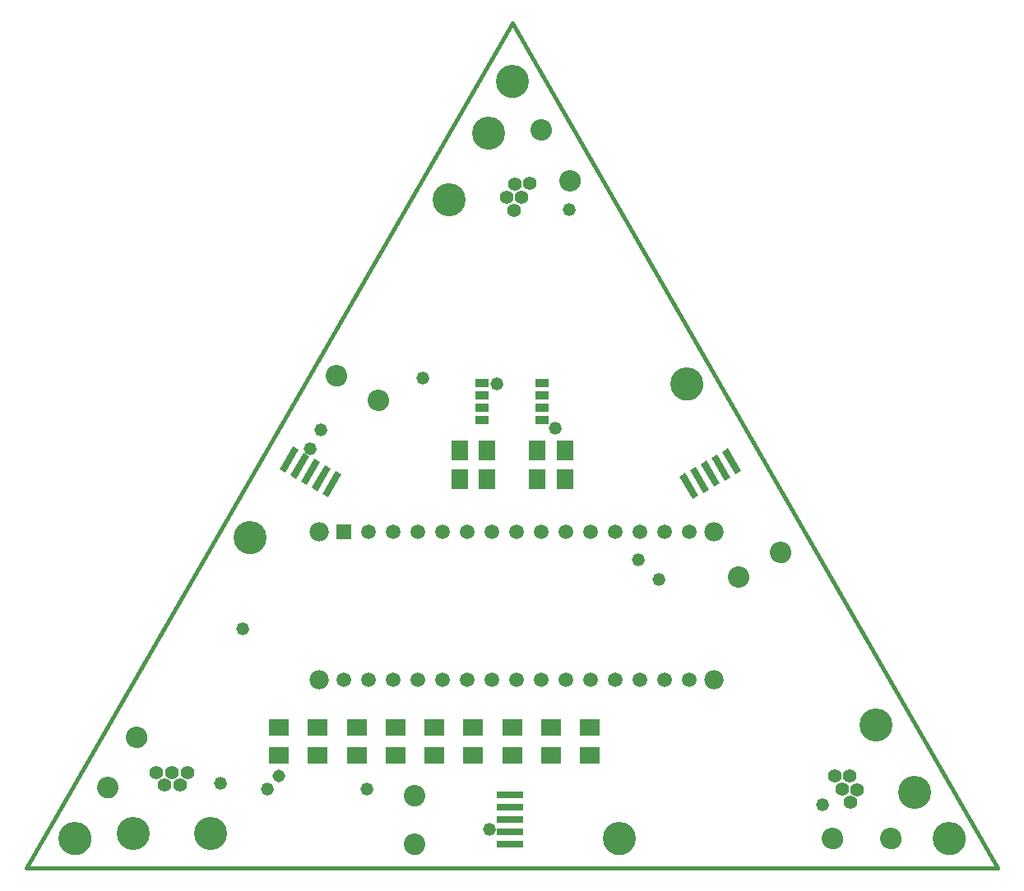
<source format=gbs>
G04 EAGLE Gerber RS-274X export*
G75*
%MOMM*%
%FSLAX34Y34*%
%LPD*%
%INSolder Mask bottom*%
%IPPOS*%
%AMOC8*
5,1,8,0,0,1.08239X$1,22.5*%
G01*
%ADD10C,0.406400*%
%ADD11C,0.000000*%
%ADD12C,2.203200*%
%ADD13C,3.403200*%
%ADD14R,1.803200X2.006200*%
%ADD15R,2.006200X1.803200*%
%ADD16C,1.981200*%
%ADD17R,1.511200X1.511200*%
%ADD18C,1.511200*%
%ADD19C,1.411200*%
%ADD20R,0.703200X2.703200*%
%ADD21R,2.703200X0.703200*%
%ADD22R,1.473200X0.838200*%
%ADD23C,1.320800*%
%ADD24C,1.311200*%


D10*
X0Y0D02*
X1000000Y0D01*
X0Y0D02*
X500000Y870000D01*
X1000000Y0D01*
D11*
X820000Y30000D02*
X820003Y30245D01*
X820012Y30491D01*
X820027Y30736D01*
X820048Y30980D01*
X820075Y31224D01*
X820108Y31467D01*
X820147Y31710D01*
X820192Y31951D01*
X820243Y32191D01*
X820300Y32430D01*
X820362Y32667D01*
X820431Y32903D01*
X820505Y33137D01*
X820585Y33369D01*
X820670Y33599D01*
X820761Y33827D01*
X820858Y34052D01*
X820960Y34276D01*
X821068Y34496D01*
X821181Y34714D01*
X821299Y34929D01*
X821423Y35141D01*
X821551Y35350D01*
X821685Y35556D01*
X821824Y35758D01*
X821968Y35957D01*
X822117Y36152D01*
X822270Y36344D01*
X822428Y36532D01*
X822590Y36716D01*
X822758Y36895D01*
X822929Y37071D01*
X823105Y37242D01*
X823284Y37410D01*
X823468Y37572D01*
X823656Y37730D01*
X823848Y37883D01*
X824043Y38032D01*
X824242Y38176D01*
X824444Y38315D01*
X824650Y38449D01*
X824859Y38577D01*
X825071Y38701D01*
X825286Y38819D01*
X825504Y38932D01*
X825724Y39040D01*
X825948Y39142D01*
X826173Y39239D01*
X826401Y39330D01*
X826631Y39415D01*
X826863Y39495D01*
X827097Y39569D01*
X827333Y39638D01*
X827570Y39700D01*
X827809Y39757D01*
X828049Y39808D01*
X828290Y39853D01*
X828533Y39892D01*
X828776Y39925D01*
X829020Y39952D01*
X829264Y39973D01*
X829509Y39988D01*
X829755Y39997D01*
X830000Y40000D01*
X830245Y39997D01*
X830491Y39988D01*
X830736Y39973D01*
X830980Y39952D01*
X831224Y39925D01*
X831467Y39892D01*
X831710Y39853D01*
X831951Y39808D01*
X832191Y39757D01*
X832430Y39700D01*
X832667Y39638D01*
X832903Y39569D01*
X833137Y39495D01*
X833369Y39415D01*
X833599Y39330D01*
X833827Y39239D01*
X834052Y39142D01*
X834276Y39040D01*
X834496Y38932D01*
X834714Y38819D01*
X834929Y38701D01*
X835141Y38577D01*
X835350Y38449D01*
X835556Y38315D01*
X835758Y38176D01*
X835957Y38032D01*
X836152Y37883D01*
X836344Y37730D01*
X836532Y37572D01*
X836716Y37410D01*
X836895Y37242D01*
X837071Y37071D01*
X837242Y36895D01*
X837410Y36716D01*
X837572Y36532D01*
X837730Y36344D01*
X837883Y36152D01*
X838032Y35957D01*
X838176Y35758D01*
X838315Y35556D01*
X838449Y35350D01*
X838577Y35141D01*
X838701Y34929D01*
X838819Y34714D01*
X838932Y34496D01*
X839040Y34276D01*
X839142Y34052D01*
X839239Y33827D01*
X839330Y33599D01*
X839415Y33369D01*
X839495Y33137D01*
X839569Y32903D01*
X839638Y32667D01*
X839700Y32430D01*
X839757Y32191D01*
X839808Y31951D01*
X839853Y31710D01*
X839892Y31467D01*
X839925Y31224D01*
X839952Y30980D01*
X839973Y30736D01*
X839988Y30491D01*
X839997Y30245D01*
X840000Y30000D01*
X839997Y29755D01*
X839988Y29509D01*
X839973Y29264D01*
X839952Y29020D01*
X839925Y28776D01*
X839892Y28533D01*
X839853Y28290D01*
X839808Y28049D01*
X839757Y27809D01*
X839700Y27570D01*
X839638Y27333D01*
X839569Y27097D01*
X839495Y26863D01*
X839415Y26631D01*
X839330Y26401D01*
X839239Y26173D01*
X839142Y25948D01*
X839040Y25724D01*
X838932Y25504D01*
X838819Y25286D01*
X838701Y25071D01*
X838577Y24859D01*
X838449Y24650D01*
X838315Y24444D01*
X838176Y24242D01*
X838032Y24043D01*
X837883Y23848D01*
X837730Y23656D01*
X837572Y23468D01*
X837410Y23284D01*
X837242Y23105D01*
X837071Y22929D01*
X836895Y22758D01*
X836716Y22590D01*
X836532Y22428D01*
X836344Y22270D01*
X836152Y22117D01*
X835957Y21968D01*
X835758Y21824D01*
X835556Y21685D01*
X835350Y21551D01*
X835141Y21423D01*
X834929Y21299D01*
X834714Y21181D01*
X834496Y21068D01*
X834276Y20960D01*
X834052Y20858D01*
X833827Y20761D01*
X833599Y20670D01*
X833369Y20585D01*
X833137Y20505D01*
X832903Y20431D01*
X832667Y20362D01*
X832430Y20300D01*
X832191Y20243D01*
X831951Y20192D01*
X831710Y20147D01*
X831467Y20108D01*
X831224Y20075D01*
X830980Y20048D01*
X830736Y20027D01*
X830491Y20012D01*
X830245Y20003D01*
X830000Y20000D01*
X829755Y20003D01*
X829509Y20012D01*
X829264Y20027D01*
X829020Y20048D01*
X828776Y20075D01*
X828533Y20108D01*
X828290Y20147D01*
X828049Y20192D01*
X827809Y20243D01*
X827570Y20300D01*
X827333Y20362D01*
X827097Y20431D01*
X826863Y20505D01*
X826631Y20585D01*
X826401Y20670D01*
X826173Y20761D01*
X825948Y20858D01*
X825724Y20960D01*
X825504Y21068D01*
X825286Y21181D01*
X825071Y21299D01*
X824859Y21423D01*
X824650Y21551D01*
X824444Y21685D01*
X824242Y21824D01*
X824043Y21968D01*
X823848Y22117D01*
X823656Y22270D01*
X823468Y22428D01*
X823284Y22590D01*
X823105Y22758D01*
X822929Y22929D01*
X822758Y23105D01*
X822590Y23284D01*
X822428Y23468D01*
X822270Y23656D01*
X822117Y23848D01*
X821968Y24043D01*
X821824Y24242D01*
X821685Y24444D01*
X821551Y24650D01*
X821423Y24859D01*
X821299Y25071D01*
X821181Y25286D01*
X821068Y25504D01*
X820960Y25724D01*
X820858Y25948D01*
X820761Y26173D01*
X820670Y26401D01*
X820585Y26631D01*
X820505Y26863D01*
X820431Y27097D01*
X820362Y27333D01*
X820300Y27570D01*
X820243Y27809D01*
X820192Y28049D01*
X820147Y28290D01*
X820108Y28533D01*
X820075Y28776D01*
X820048Y29020D01*
X820027Y29264D01*
X820012Y29509D01*
X820003Y29755D01*
X820000Y30000D01*
D12*
X830000Y30000D03*
D11*
X880000Y30000D02*
X880003Y30245D01*
X880012Y30491D01*
X880027Y30736D01*
X880048Y30980D01*
X880075Y31224D01*
X880108Y31467D01*
X880147Y31710D01*
X880192Y31951D01*
X880243Y32191D01*
X880300Y32430D01*
X880362Y32667D01*
X880431Y32903D01*
X880505Y33137D01*
X880585Y33369D01*
X880670Y33599D01*
X880761Y33827D01*
X880858Y34052D01*
X880960Y34276D01*
X881068Y34496D01*
X881181Y34714D01*
X881299Y34929D01*
X881423Y35141D01*
X881551Y35350D01*
X881685Y35556D01*
X881824Y35758D01*
X881968Y35957D01*
X882117Y36152D01*
X882270Y36344D01*
X882428Y36532D01*
X882590Y36716D01*
X882758Y36895D01*
X882929Y37071D01*
X883105Y37242D01*
X883284Y37410D01*
X883468Y37572D01*
X883656Y37730D01*
X883848Y37883D01*
X884043Y38032D01*
X884242Y38176D01*
X884444Y38315D01*
X884650Y38449D01*
X884859Y38577D01*
X885071Y38701D01*
X885286Y38819D01*
X885504Y38932D01*
X885724Y39040D01*
X885948Y39142D01*
X886173Y39239D01*
X886401Y39330D01*
X886631Y39415D01*
X886863Y39495D01*
X887097Y39569D01*
X887333Y39638D01*
X887570Y39700D01*
X887809Y39757D01*
X888049Y39808D01*
X888290Y39853D01*
X888533Y39892D01*
X888776Y39925D01*
X889020Y39952D01*
X889264Y39973D01*
X889509Y39988D01*
X889755Y39997D01*
X890000Y40000D01*
X890245Y39997D01*
X890491Y39988D01*
X890736Y39973D01*
X890980Y39952D01*
X891224Y39925D01*
X891467Y39892D01*
X891710Y39853D01*
X891951Y39808D01*
X892191Y39757D01*
X892430Y39700D01*
X892667Y39638D01*
X892903Y39569D01*
X893137Y39495D01*
X893369Y39415D01*
X893599Y39330D01*
X893827Y39239D01*
X894052Y39142D01*
X894276Y39040D01*
X894496Y38932D01*
X894714Y38819D01*
X894929Y38701D01*
X895141Y38577D01*
X895350Y38449D01*
X895556Y38315D01*
X895758Y38176D01*
X895957Y38032D01*
X896152Y37883D01*
X896344Y37730D01*
X896532Y37572D01*
X896716Y37410D01*
X896895Y37242D01*
X897071Y37071D01*
X897242Y36895D01*
X897410Y36716D01*
X897572Y36532D01*
X897730Y36344D01*
X897883Y36152D01*
X898032Y35957D01*
X898176Y35758D01*
X898315Y35556D01*
X898449Y35350D01*
X898577Y35141D01*
X898701Y34929D01*
X898819Y34714D01*
X898932Y34496D01*
X899040Y34276D01*
X899142Y34052D01*
X899239Y33827D01*
X899330Y33599D01*
X899415Y33369D01*
X899495Y33137D01*
X899569Y32903D01*
X899638Y32667D01*
X899700Y32430D01*
X899757Y32191D01*
X899808Y31951D01*
X899853Y31710D01*
X899892Y31467D01*
X899925Y31224D01*
X899952Y30980D01*
X899973Y30736D01*
X899988Y30491D01*
X899997Y30245D01*
X900000Y30000D01*
X899997Y29755D01*
X899988Y29509D01*
X899973Y29264D01*
X899952Y29020D01*
X899925Y28776D01*
X899892Y28533D01*
X899853Y28290D01*
X899808Y28049D01*
X899757Y27809D01*
X899700Y27570D01*
X899638Y27333D01*
X899569Y27097D01*
X899495Y26863D01*
X899415Y26631D01*
X899330Y26401D01*
X899239Y26173D01*
X899142Y25948D01*
X899040Y25724D01*
X898932Y25504D01*
X898819Y25286D01*
X898701Y25071D01*
X898577Y24859D01*
X898449Y24650D01*
X898315Y24444D01*
X898176Y24242D01*
X898032Y24043D01*
X897883Y23848D01*
X897730Y23656D01*
X897572Y23468D01*
X897410Y23284D01*
X897242Y23105D01*
X897071Y22929D01*
X896895Y22758D01*
X896716Y22590D01*
X896532Y22428D01*
X896344Y22270D01*
X896152Y22117D01*
X895957Y21968D01*
X895758Y21824D01*
X895556Y21685D01*
X895350Y21551D01*
X895141Y21423D01*
X894929Y21299D01*
X894714Y21181D01*
X894496Y21068D01*
X894276Y20960D01*
X894052Y20858D01*
X893827Y20761D01*
X893599Y20670D01*
X893369Y20585D01*
X893137Y20505D01*
X892903Y20431D01*
X892667Y20362D01*
X892430Y20300D01*
X892191Y20243D01*
X891951Y20192D01*
X891710Y20147D01*
X891467Y20108D01*
X891224Y20075D01*
X890980Y20048D01*
X890736Y20027D01*
X890491Y20012D01*
X890245Y20003D01*
X890000Y20000D01*
X889755Y20003D01*
X889509Y20012D01*
X889264Y20027D01*
X889020Y20048D01*
X888776Y20075D01*
X888533Y20108D01*
X888290Y20147D01*
X888049Y20192D01*
X887809Y20243D01*
X887570Y20300D01*
X887333Y20362D01*
X887097Y20431D01*
X886863Y20505D01*
X886631Y20585D01*
X886401Y20670D01*
X886173Y20761D01*
X885948Y20858D01*
X885724Y20960D01*
X885504Y21068D01*
X885286Y21181D01*
X885071Y21299D01*
X884859Y21423D01*
X884650Y21551D01*
X884444Y21685D01*
X884242Y21824D01*
X884043Y21968D01*
X883848Y22117D01*
X883656Y22270D01*
X883468Y22428D01*
X883284Y22590D01*
X883105Y22758D01*
X882929Y22929D01*
X882758Y23105D01*
X882590Y23284D01*
X882428Y23468D01*
X882270Y23656D01*
X882117Y23848D01*
X881968Y24043D01*
X881824Y24242D01*
X881685Y24444D01*
X881551Y24650D01*
X881423Y24859D01*
X881299Y25071D01*
X881181Y25286D01*
X881068Y25504D01*
X880960Y25724D01*
X880858Y25948D01*
X880761Y26173D01*
X880670Y26401D01*
X880585Y26631D01*
X880505Y26863D01*
X880431Y27097D01*
X880362Y27333D01*
X880300Y27570D01*
X880243Y27809D01*
X880192Y28049D01*
X880147Y28290D01*
X880108Y28533D01*
X880075Y28776D01*
X880048Y29020D01*
X880027Y29264D01*
X880012Y29509D01*
X880003Y29755D01*
X880000Y30000D01*
D12*
X890000Y30000D03*
D11*
X73660Y82417D02*
X73663Y82662D01*
X73672Y82908D01*
X73687Y83153D01*
X73708Y83397D01*
X73735Y83641D01*
X73768Y83884D01*
X73807Y84127D01*
X73852Y84368D01*
X73903Y84608D01*
X73960Y84847D01*
X74022Y85084D01*
X74091Y85320D01*
X74165Y85554D01*
X74245Y85786D01*
X74330Y86016D01*
X74421Y86244D01*
X74518Y86469D01*
X74620Y86693D01*
X74728Y86913D01*
X74841Y87131D01*
X74959Y87346D01*
X75083Y87558D01*
X75211Y87767D01*
X75345Y87973D01*
X75484Y88175D01*
X75628Y88374D01*
X75777Y88569D01*
X75930Y88761D01*
X76088Y88949D01*
X76250Y89133D01*
X76418Y89312D01*
X76589Y89488D01*
X76765Y89659D01*
X76944Y89827D01*
X77128Y89989D01*
X77316Y90147D01*
X77508Y90300D01*
X77703Y90449D01*
X77902Y90593D01*
X78104Y90732D01*
X78310Y90866D01*
X78519Y90994D01*
X78731Y91118D01*
X78946Y91236D01*
X79164Y91349D01*
X79384Y91457D01*
X79608Y91559D01*
X79833Y91656D01*
X80061Y91747D01*
X80291Y91832D01*
X80523Y91912D01*
X80757Y91986D01*
X80993Y92055D01*
X81230Y92117D01*
X81469Y92174D01*
X81709Y92225D01*
X81950Y92270D01*
X82193Y92309D01*
X82436Y92342D01*
X82680Y92369D01*
X82924Y92390D01*
X83169Y92405D01*
X83415Y92414D01*
X83660Y92417D01*
X83905Y92414D01*
X84151Y92405D01*
X84396Y92390D01*
X84640Y92369D01*
X84884Y92342D01*
X85127Y92309D01*
X85370Y92270D01*
X85611Y92225D01*
X85851Y92174D01*
X86090Y92117D01*
X86327Y92055D01*
X86563Y91986D01*
X86797Y91912D01*
X87029Y91832D01*
X87259Y91747D01*
X87487Y91656D01*
X87712Y91559D01*
X87936Y91457D01*
X88156Y91349D01*
X88374Y91236D01*
X88589Y91118D01*
X88801Y90994D01*
X89010Y90866D01*
X89216Y90732D01*
X89418Y90593D01*
X89617Y90449D01*
X89812Y90300D01*
X90004Y90147D01*
X90192Y89989D01*
X90376Y89827D01*
X90555Y89659D01*
X90731Y89488D01*
X90902Y89312D01*
X91070Y89133D01*
X91232Y88949D01*
X91390Y88761D01*
X91543Y88569D01*
X91692Y88374D01*
X91836Y88175D01*
X91975Y87973D01*
X92109Y87767D01*
X92237Y87558D01*
X92361Y87346D01*
X92479Y87131D01*
X92592Y86913D01*
X92700Y86693D01*
X92802Y86469D01*
X92899Y86244D01*
X92990Y86016D01*
X93075Y85786D01*
X93155Y85554D01*
X93229Y85320D01*
X93298Y85084D01*
X93360Y84847D01*
X93417Y84608D01*
X93468Y84368D01*
X93513Y84127D01*
X93552Y83884D01*
X93585Y83641D01*
X93612Y83397D01*
X93633Y83153D01*
X93648Y82908D01*
X93657Y82662D01*
X93660Y82417D01*
X93657Y82172D01*
X93648Y81926D01*
X93633Y81681D01*
X93612Y81437D01*
X93585Y81193D01*
X93552Y80950D01*
X93513Y80707D01*
X93468Y80466D01*
X93417Y80226D01*
X93360Y79987D01*
X93298Y79750D01*
X93229Y79514D01*
X93155Y79280D01*
X93075Y79048D01*
X92990Y78818D01*
X92899Y78590D01*
X92802Y78365D01*
X92700Y78141D01*
X92592Y77921D01*
X92479Y77703D01*
X92361Y77488D01*
X92237Y77276D01*
X92109Y77067D01*
X91975Y76861D01*
X91836Y76659D01*
X91692Y76460D01*
X91543Y76265D01*
X91390Y76073D01*
X91232Y75885D01*
X91070Y75701D01*
X90902Y75522D01*
X90731Y75346D01*
X90555Y75175D01*
X90376Y75007D01*
X90192Y74845D01*
X90004Y74687D01*
X89812Y74534D01*
X89617Y74385D01*
X89418Y74241D01*
X89216Y74102D01*
X89010Y73968D01*
X88801Y73840D01*
X88589Y73716D01*
X88374Y73598D01*
X88156Y73485D01*
X87936Y73377D01*
X87712Y73275D01*
X87487Y73178D01*
X87259Y73087D01*
X87029Y73002D01*
X86797Y72922D01*
X86563Y72848D01*
X86327Y72779D01*
X86090Y72717D01*
X85851Y72660D01*
X85611Y72609D01*
X85370Y72564D01*
X85127Y72525D01*
X84884Y72492D01*
X84640Y72465D01*
X84396Y72444D01*
X84151Y72429D01*
X83905Y72420D01*
X83660Y72417D01*
X83415Y72420D01*
X83169Y72429D01*
X82924Y72444D01*
X82680Y72465D01*
X82436Y72492D01*
X82193Y72525D01*
X81950Y72564D01*
X81709Y72609D01*
X81469Y72660D01*
X81230Y72717D01*
X80993Y72779D01*
X80757Y72848D01*
X80523Y72922D01*
X80291Y73002D01*
X80061Y73087D01*
X79833Y73178D01*
X79608Y73275D01*
X79384Y73377D01*
X79164Y73485D01*
X78946Y73598D01*
X78731Y73716D01*
X78519Y73840D01*
X78310Y73968D01*
X78104Y74102D01*
X77902Y74241D01*
X77703Y74385D01*
X77508Y74534D01*
X77316Y74687D01*
X77128Y74845D01*
X76944Y75007D01*
X76765Y75175D01*
X76589Y75346D01*
X76418Y75522D01*
X76250Y75701D01*
X76088Y75885D01*
X75930Y76073D01*
X75777Y76265D01*
X75628Y76460D01*
X75484Y76659D01*
X75345Y76861D01*
X75211Y77067D01*
X75083Y77276D01*
X74959Y77488D01*
X74841Y77703D01*
X74728Y77921D01*
X74620Y78141D01*
X74518Y78365D01*
X74421Y78590D01*
X74330Y78818D01*
X74245Y79048D01*
X74165Y79280D01*
X74091Y79514D01*
X74022Y79750D01*
X73960Y79987D01*
X73903Y80226D01*
X73852Y80466D01*
X73807Y80707D01*
X73768Y80950D01*
X73735Y81193D01*
X73708Y81437D01*
X73687Y81681D01*
X73672Y81926D01*
X73663Y82172D01*
X73660Y82417D01*
D12*
X83660Y82417D03*
D11*
X103660Y134378D02*
X103663Y134623D01*
X103672Y134869D01*
X103687Y135114D01*
X103708Y135358D01*
X103735Y135602D01*
X103768Y135845D01*
X103807Y136088D01*
X103852Y136329D01*
X103903Y136569D01*
X103960Y136808D01*
X104022Y137045D01*
X104091Y137281D01*
X104165Y137515D01*
X104245Y137747D01*
X104330Y137977D01*
X104421Y138205D01*
X104518Y138430D01*
X104620Y138654D01*
X104728Y138874D01*
X104841Y139092D01*
X104959Y139307D01*
X105083Y139519D01*
X105211Y139728D01*
X105345Y139934D01*
X105484Y140136D01*
X105628Y140335D01*
X105777Y140530D01*
X105930Y140722D01*
X106088Y140910D01*
X106250Y141094D01*
X106418Y141273D01*
X106589Y141449D01*
X106765Y141620D01*
X106944Y141788D01*
X107128Y141950D01*
X107316Y142108D01*
X107508Y142261D01*
X107703Y142410D01*
X107902Y142554D01*
X108104Y142693D01*
X108310Y142827D01*
X108519Y142955D01*
X108731Y143079D01*
X108946Y143197D01*
X109164Y143310D01*
X109384Y143418D01*
X109608Y143520D01*
X109833Y143617D01*
X110061Y143708D01*
X110291Y143793D01*
X110523Y143873D01*
X110757Y143947D01*
X110993Y144016D01*
X111230Y144078D01*
X111469Y144135D01*
X111709Y144186D01*
X111950Y144231D01*
X112193Y144270D01*
X112436Y144303D01*
X112680Y144330D01*
X112924Y144351D01*
X113169Y144366D01*
X113415Y144375D01*
X113660Y144378D01*
X113905Y144375D01*
X114151Y144366D01*
X114396Y144351D01*
X114640Y144330D01*
X114884Y144303D01*
X115127Y144270D01*
X115370Y144231D01*
X115611Y144186D01*
X115851Y144135D01*
X116090Y144078D01*
X116327Y144016D01*
X116563Y143947D01*
X116797Y143873D01*
X117029Y143793D01*
X117259Y143708D01*
X117487Y143617D01*
X117712Y143520D01*
X117936Y143418D01*
X118156Y143310D01*
X118374Y143197D01*
X118589Y143079D01*
X118801Y142955D01*
X119010Y142827D01*
X119216Y142693D01*
X119418Y142554D01*
X119617Y142410D01*
X119812Y142261D01*
X120004Y142108D01*
X120192Y141950D01*
X120376Y141788D01*
X120555Y141620D01*
X120731Y141449D01*
X120902Y141273D01*
X121070Y141094D01*
X121232Y140910D01*
X121390Y140722D01*
X121543Y140530D01*
X121692Y140335D01*
X121836Y140136D01*
X121975Y139934D01*
X122109Y139728D01*
X122237Y139519D01*
X122361Y139307D01*
X122479Y139092D01*
X122592Y138874D01*
X122700Y138654D01*
X122802Y138430D01*
X122899Y138205D01*
X122990Y137977D01*
X123075Y137747D01*
X123155Y137515D01*
X123229Y137281D01*
X123298Y137045D01*
X123360Y136808D01*
X123417Y136569D01*
X123468Y136329D01*
X123513Y136088D01*
X123552Y135845D01*
X123585Y135602D01*
X123612Y135358D01*
X123633Y135114D01*
X123648Y134869D01*
X123657Y134623D01*
X123660Y134378D01*
X123657Y134133D01*
X123648Y133887D01*
X123633Y133642D01*
X123612Y133398D01*
X123585Y133154D01*
X123552Y132911D01*
X123513Y132668D01*
X123468Y132427D01*
X123417Y132187D01*
X123360Y131948D01*
X123298Y131711D01*
X123229Y131475D01*
X123155Y131241D01*
X123075Y131009D01*
X122990Y130779D01*
X122899Y130551D01*
X122802Y130326D01*
X122700Y130102D01*
X122592Y129882D01*
X122479Y129664D01*
X122361Y129449D01*
X122237Y129237D01*
X122109Y129028D01*
X121975Y128822D01*
X121836Y128620D01*
X121692Y128421D01*
X121543Y128226D01*
X121390Y128034D01*
X121232Y127846D01*
X121070Y127662D01*
X120902Y127483D01*
X120731Y127307D01*
X120555Y127136D01*
X120376Y126968D01*
X120192Y126806D01*
X120004Y126648D01*
X119812Y126495D01*
X119617Y126346D01*
X119418Y126202D01*
X119216Y126063D01*
X119010Y125929D01*
X118801Y125801D01*
X118589Y125677D01*
X118374Y125559D01*
X118156Y125446D01*
X117936Y125338D01*
X117712Y125236D01*
X117487Y125139D01*
X117259Y125048D01*
X117029Y124963D01*
X116797Y124883D01*
X116563Y124809D01*
X116327Y124740D01*
X116090Y124678D01*
X115851Y124621D01*
X115611Y124570D01*
X115370Y124525D01*
X115127Y124486D01*
X114884Y124453D01*
X114640Y124426D01*
X114396Y124405D01*
X114151Y124390D01*
X113905Y124381D01*
X113660Y124378D01*
X113415Y124381D01*
X113169Y124390D01*
X112924Y124405D01*
X112680Y124426D01*
X112436Y124453D01*
X112193Y124486D01*
X111950Y124525D01*
X111709Y124570D01*
X111469Y124621D01*
X111230Y124678D01*
X110993Y124740D01*
X110757Y124809D01*
X110523Y124883D01*
X110291Y124963D01*
X110061Y125048D01*
X109833Y125139D01*
X109608Y125236D01*
X109384Y125338D01*
X109164Y125446D01*
X108946Y125559D01*
X108731Y125677D01*
X108519Y125801D01*
X108310Y125929D01*
X108104Y126063D01*
X107902Y126202D01*
X107703Y126346D01*
X107508Y126495D01*
X107316Y126648D01*
X107128Y126806D01*
X106944Y126968D01*
X106765Y127136D01*
X106589Y127307D01*
X106418Y127483D01*
X106250Y127662D01*
X106088Y127846D01*
X105930Y128034D01*
X105777Y128226D01*
X105628Y128421D01*
X105484Y128620D01*
X105345Y128822D01*
X105211Y129028D01*
X105083Y129237D01*
X104959Y129449D01*
X104841Y129664D01*
X104728Y129882D01*
X104620Y130102D01*
X104518Y130326D01*
X104421Y130551D01*
X104330Y130779D01*
X104245Y131009D01*
X104165Y131241D01*
X104091Y131475D01*
X104022Y131711D01*
X103960Y131948D01*
X103903Y132187D01*
X103852Y132427D01*
X103807Y132668D01*
X103768Y132911D01*
X103735Y133154D01*
X103708Y133398D01*
X103687Y133642D01*
X103672Y133887D01*
X103663Y134133D01*
X103660Y134378D01*
D12*
X113660Y134378D03*
D11*
X520000Y760000D02*
X520003Y760245D01*
X520012Y760491D01*
X520027Y760736D01*
X520048Y760980D01*
X520075Y761224D01*
X520108Y761467D01*
X520147Y761710D01*
X520192Y761951D01*
X520243Y762191D01*
X520300Y762430D01*
X520362Y762667D01*
X520431Y762903D01*
X520505Y763137D01*
X520585Y763369D01*
X520670Y763599D01*
X520761Y763827D01*
X520858Y764052D01*
X520960Y764276D01*
X521068Y764496D01*
X521181Y764714D01*
X521299Y764929D01*
X521423Y765141D01*
X521551Y765350D01*
X521685Y765556D01*
X521824Y765758D01*
X521968Y765957D01*
X522117Y766152D01*
X522270Y766344D01*
X522428Y766532D01*
X522590Y766716D01*
X522758Y766895D01*
X522929Y767071D01*
X523105Y767242D01*
X523284Y767410D01*
X523468Y767572D01*
X523656Y767730D01*
X523848Y767883D01*
X524043Y768032D01*
X524242Y768176D01*
X524444Y768315D01*
X524650Y768449D01*
X524859Y768577D01*
X525071Y768701D01*
X525286Y768819D01*
X525504Y768932D01*
X525724Y769040D01*
X525948Y769142D01*
X526173Y769239D01*
X526401Y769330D01*
X526631Y769415D01*
X526863Y769495D01*
X527097Y769569D01*
X527333Y769638D01*
X527570Y769700D01*
X527809Y769757D01*
X528049Y769808D01*
X528290Y769853D01*
X528533Y769892D01*
X528776Y769925D01*
X529020Y769952D01*
X529264Y769973D01*
X529509Y769988D01*
X529755Y769997D01*
X530000Y770000D01*
X530245Y769997D01*
X530491Y769988D01*
X530736Y769973D01*
X530980Y769952D01*
X531224Y769925D01*
X531467Y769892D01*
X531710Y769853D01*
X531951Y769808D01*
X532191Y769757D01*
X532430Y769700D01*
X532667Y769638D01*
X532903Y769569D01*
X533137Y769495D01*
X533369Y769415D01*
X533599Y769330D01*
X533827Y769239D01*
X534052Y769142D01*
X534276Y769040D01*
X534496Y768932D01*
X534714Y768819D01*
X534929Y768701D01*
X535141Y768577D01*
X535350Y768449D01*
X535556Y768315D01*
X535758Y768176D01*
X535957Y768032D01*
X536152Y767883D01*
X536344Y767730D01*
X536532Y767572D01*
X536716Y767410D01*
X536895Y767242D01*
X537071Y767071D01*
X537242Y766895D01*
X537410Y766716D01*
X537572Y766532D01*
X537730Y766344D01*
X537883Y766152D01*
X538032Y765957D01*
X538176Y765758D01*
X538315Y765556D01*
X538449Y765350D01*
X538577Y765141D01*
X538701Y764929D01*
X538819Y764714D01*
X538932Y764496D01*
X539040Y764276D01*
X539142Y764052D01*
X539239Y763827D01*
X539330Y763599D01*
X539415Y763369D01*
X539495Y763137D01*
X539569Y762903D01*
X539638Y762667D01*
X539700Y762430D01*
X539757Y762191D01*
X539808Y761951D01*
X539853Y761710D01*
X539892Y761467D01*
X539925Y761224D01*
X539952Y760980D01*
X539973Y760736D01*
X539988Y760491D01*
X539997Y760245D01*
X540000Y760000D01*
X539997Y759755D01*
X539988Y759509D01*
X539973Y759264D01*
X539952Y759020D01*
X539925Y758776D01*
X539892Y758533D01*
X539853Y758290D01*
X539808Y758049D01*
X539757Y757809D01*
X539700Y757570D01*
X539638Y757333D01*
X539569Y757097D01*
X539495Y756863D01*
X539415Y756631D01*
X539330Y756401D01*
X539239Y756173D01*
X539142Y755948D01*
X539040Y755724D01*
X538932Y755504D01*
X538819Y755286D01*
X538701Y755071D01*
X538577Y754859D01*
X538449Y754650D01*
X538315Y754444D01*
X538176Y754242D01*
X538032Y754043D01*
X537883Y753848D01*
X537730Y753656D01*
X537572Y753468D01*
X537410Y753284D01*
X537242Y753105D01*
X537071Y752929D01*
X536895Y752758D01*
X536716Y752590D01*
X536532Y752428D01*
X536344Y752270D01*
X536152Y752117D01*
X535957Y751968D01*
X535758Y751824D01*
X535556Y751685D01*
X535350Y751551D01*
X535141Y751423D01*
X534929Y751299D01*
X534714Y751181D01*
X534496Y751068D01*
X534276Y750960D01*
X534052Y750858D01*
X533827Y750761D01*
X533599Y750670D01*
X533369Y750585D01*
X533137Y750505D01*
X532903Y750431D01*
X532667Y750362D01*
X532430Y750300D01*
X532191Y750243D01*
X531951Y750192D01*
X531710Y750147D01*
X531467Y750108D01*
X531224Y750075D01*
X530980Y750048D01*
X530736Y750027D01*
X530491Y750012D01*
X530245Y750003D01*
X530000Y750000D01*
X529755Y750003D01*
X529509Y750012D01*
X529264Y750027D01*
X529020Y750048D01*
X528776Y750075D01*
X528533Y750108D01*
X528290Y750147D01*
X528049Y750192D01*
X527809Y750243D01*
X527570Y750300D01*
X527333Y750362D01*
X527097Y750431D01*
X526863Y750505D01*
X526631Y750585D01*
X526401Y750670D01*
X526173Y750761D01*
X525948Y750858D01*
X525724Y750960D01*
X525504Y751068D01*
X525286Y751181D01*
X525071Y751299D01*
X524859Y751423D01*
X524650Y751551D01*
X524444Y751685D01*
X524242Y751824D01*
X524043Y751968D01*
X523848Y752117D01*
X523656Y752270D01*
X523468Y752428D01*
X523284Y752590D01*
X523105Y752758D01*
X522929Y752929D01*
X522758Y753105D01*
X522590Y753284D01*
X522428Y753468D01*
X522270Y753656D01*
X522117Y753848D01*
X521968Y754043D01*
X521824Y754242D01*
X521685Y754444D01*
X521551Y754650D01*
X521423Y754859D01*
X521299Y755071D01*
X521181Y755286D01*
X521068Y755504D01*
X520960Y755724D01*
X520858Y755948D01*
X520761Y756173D01*
X520670Y756401D01*
X520585Y756631D01*
X520505Y756863D01*
X520431Y757097D01*
X520362Y757333D01*
X520300Y757570D01*
X520243Y757809D01*
X520192Y758049D01*
X520147Y758290D01*
X520108Y758533D01*
X520075Y758776D01*
X520048Y759020D01*
X520027Y759264D01*
X520012Y759509D01*
X520003Y759755D01*
X520000Y760000D01*
D12*
X530000Y760000D03*
D11*
X550000Y708038D02*
X550003Y708283D01*
X550012Y708529D01*
X550027Y708774D01*
X550048Y709018D01*
X550075Y709262D01*
X550108Y709505D01*
X550147Y709748D01*
X550192Y709989D01*
X550243Y710229D01*
X550300Y710468D01*
X550362Y710705D01*
X550431Y710941D01*
X550505Y711175D01*
X550585Y711407D01*
X550670Y711637D01*
X550761Y711865D01*
X550858Y712090D01*
X550960Y712314D01*
X551068Y712534D01*
X551181Y712752D01*
X551299Y712967D01*
X551423Y713179D01*
X551551Y713388D01*
X551685Y713594D01*
X551824Y713796D01*
X551968Y713995D01*
X552117Y714190D01*
X552270Y714382D01*
X552428Y714570D01*
X552590Y714754D01*
X552758Y714933D01*
X552929Y715109D01*
X553105Y715280D01*
X553284Y715448D01*
X553468Y715610D01*
X553656Y715768D01*
X553848Y715921D01*
X554043Y716070D01*
X554242Y716214D01*
X554444Y716353D01*
X554650Y716487D01*
X554859Y716615D01*
X555071Y716739D01*
X555286Y716857D01*
X555504Y716970D01*
X555724Y717078D01*
X555948Y717180D01*
X556173Y717277D01*
X556401Y717368D01*
X556631Y717453D01*
X556863Y717533D01*
X557097Y717607D01*
X557333Y717676D01*
X557570Y717738D01*
X557809Y717795D01*
X558049Y717846D01*
X558290Y717891D01*
X558533Y717930D01*
X558776Y717963D01*
X559020Y717990D01*
X559264Y718011D01*
X559509Y718026D01*
X559755Y718035D01*
X560000Y718038D01*
X560245Y718035D01*
X560491Y718026D01*
X560736Y718011D01*
X560980Y717990D01*
X561224Y717963D01*
X561467Y717930D01*
X561710Y717891D01*
X561951Y717846D01*
X562191Y717795D01*
X562430Y717738D01*
X562667Y717676D01*
X562903Y717607D01*
X563137Y717533D01*
X563369Y717453D01*
X563599Y717368D01*
X563827Y717277D01*
X564052Y717180D01*
X564276Y717078D01*
X564496Y716970D01*
X564714Y716857D01*
X564929Y716739D01*
X565141Y716615D01*
X565350Y716487D01*
X565556Y716353D01*
X565758Y716214D01*
X565957Y716070D01*
X566152Y715921D01*
X566344Y715768D01*
X566532Y715610D01*
X566716Y715448D01*
X566895Y715280D01*
X567071Y715109D01*
X567242Y714933D01*
X567410Y714754D01*
X567572Y714570D01*
X567730Y714382D01*
X567883Y714190D01*
X568032Y713995D01*
X568176Y713796D01*
X568315Y713594D01*
X568449Y713388D01*
X568577Y713179D01*
X568701Y712967D01*
X568819Y712752D01*
X568932Y712534D01*
X569040Y712314D01*
X569142Y712090D01*
X569239Y711865D01*
X569330Y711637D01*
X569415Y711407D01*
X569495Y711175D01*
X569569Y710941D01*
X569638Y710705D01*
X569700Y710468D01*
X569757Y710229D01*
X569808Y709989D01*
X569853Y709748D01*
X569892Y709505D01*
X569925Y709262D01*
X569952Y709018D01*
X569973Y708774D01*
X569988Y708529D01*
X569997Y708283D01*
X570000Y708038D01*
X569997Y707793D01*
X569988Y707547D01*
X569973Y707302D01*
X569952Y707058D01*
X569925Y706814D01*
X569892Y706571D01*
X569853Y706328D01*
X569808Y706087D01*
X569757Y705847D01*
X569700Y705608D01*
X569638Y705371D01*
X569569Y705135D01*
X569495Y704901D01*
X569415Y704669D01*
X569330Y704439D01*
X569239Y704211D01*
X569142Y703986D01*
X569040Y703762D01*
X568932Y703542D01*
X568819Y703324D01*
X568701Y703109D01*
X568577Y702897D01*
X568449Y702688D01*
X568315Y702482D01*
X568176Y702280D01*
X568032Y702081D01*
X567883Y701886D01*
X567730Y701694D01*
X567572Y701506D01*
X567410Y701322D01*
X567242Y701143D01*
X567071Y700967D01*
X566895Y700796D01*
X566716Y700628D01*
X566532Y700466D01*
X566344Y700308D01*
X566152Y700155D01*
X565957Y700006D01*
X565758Y699862D01*
X565556Y699723D01*
X565350Y699589D01*
X565141Y699461D01*
X564929Y699337D01*
X564714Y699219D01*
X564496Y699106D01*
X564276Y698998D01*
X564052Y698896D01*
X563827Y698799D01*
X563599Y698708D01*
X563369Y698623D01*
X563137Y698543D01*
X562903Y698469D01*
X562667Y698400D01*
X562430Y698338D01*
X562191Y698281D01*
X561951Y698230D01*
X561710Y698185D01*
X561467Y698146D01*
X561224Y698113D01*
X560980Y698086D01*
X560736Y698065D01*
X560491Y698050D01*
X560245Y698041D01*
X560000Y698038D01*
X559755Y698041D01*
X559509Y698050D01*
X559264Y698065D01*
X559020Y698086D01*
X558776Y698113D01*
X558533Y698146D01*
X558290Y698185D01*
X558049Y698230D01*
X557809Y698281D01*
X557570Y698338D01*
X557333Y698400D01*
X557097Y698469D01*
X556863Y698543D01*
X556631Y698623D01*
X556401Y698708D01*
X556173Y698799D01*
X555948Y698896D01*
X555724Y698998D01*
X555504Y699106D01*
X555286Y699219D01*
X555071Y699337D01*
X554859Y699461D01*
X554650Y699589D01*
X554444Y699723D01*
X554242Y699862D01*
X554043Y700006D01*
X553848Y700155D01*
X553656Y700308D01*
X553468Y700466D01*
X553284Y700628D01*
X553105Y700796D01*
X552929Y700967D01*
X552758Y701143D01*
X552590Y701322D01*
X552428Y701506D01*
X552270Y701694D01*
X552117Y701886D01*
X551968Y702081D01*
X551824Y702280D01*
X551685Y702482D01*
X551551Y702688D01*
X551423Y702897D01*
X551299Y703109D01*
X551181Y703324D01*
X551068Y703542D01*
X550960Y703762D01*
X550858Y703986D01*
X550761Y704211D01*
X550670Y704439D01*
X550585Y704669D01*
X550505Y704901D01*
X550431Y705135D01*
X550362Y705371D01*
X550300Y705608D01*
X550243Y705847D01*
X550192Y706087D01*
X550147Y706328D01*
X550108Y706571D01*
X550075Y706814D01*
X550048Y707058D01*
X550027Y707302D01*
X550012Y707547D01*
X550003Y707793D01*
X550000Y708038D01*
D12*
X560000Y708038D03*
D11*
X389378Y24019D02*
X389381Y24264D01*
X389390Y24510D01*
X389405Y24755D01*
X389426Y24999D01*
X389453Y25243D01*
X389486Y25486D01*
X389525Y25729D01*
X389570Y25970D01*
X389621Y26210D01*
X389678Y26449D01*
X389740Y26686D01*
X389809Y26922D01*
X389883Y27156D01*
X389963Y27388D01*
X390048Y27618D01*
X390139Y27846D01*
X390236Y28071D01*
X390338Y28295D01*
X390446Y28515D01*
X390559Y28733D01*
X390677Y28948D01*
X390801Y29160D01*
X390929Y29369D01*
X391063Y29575D01*
X391202Y29777D01*
X391346Y29976D01*
X391495Y30171D01*
X391648Y30363D01*
X391806Y30551D01*
X391968Y30735D01*
X392136Y30914D01*
X392307Y31090D01*
X392483Y31261D01*
X392662Y31429D01*
X392846Y31591D01*
X393034Y31749D01*
X393226Y31902D01*
X393421Y32051D01*
X393620Y32195D01*
X393822Y32334D01*
X394028Y32468D01*
X394237Y32596D01*
X394449Y32720D01*
X394664Y32838D01*
X394882Y32951D01*
X395102Y33059D01*
X395326Y33161D01*
X395551Y33258D01*
X395779Y33349D01*
X396009Y33434D01*
X396241Y33514D01*
X396475Y33588D01*
X396711Y33657D01*
X396948Y33719D01*
X397187Y33776D01*
X397427Y33827D01*
X397668Y33872D01*
X397911Y33911D01*
X398154Y33944D01*
X398398Y33971D01*
X398642Y33992D01*
X398887Y34007D01*
X399133Y34016D01*
X399378Y34019D01*
X399623Y34016D01*
X399869Y34007D01*
X400114Y33992D01*
X400358Y33971D01*
X400602Y33944D01*
X400845Y33911D01*
X401088Y33872D01*
X401329Y33827D01*
X401569Y33776D01*
X401808Y33719D01*
X402045Y33657D01*
X402281Y33588D01*
X402515Y33514D01*
X402747Y33434D01*
X402977Y33349D01*
X403205Y33258D01*
X403430Y33161D01*
X403654Y33059D01*
X403874Y32951D01*
X404092Y32838D01*
X404307Y32720D01*
X404519Y32596D01*
X404728Y32468D01*
X404934Y32334D01*
X405136Y32195D01*
X405335Y32051D01*
X405530Y31902D01*
X405722Y31749D01*
X405910Y31591D01*
X406094Y31429D01*
X406273Y31261D01*
X406449Y31090D01*
X406620Y30914D01*
X406788Y30735D01*
X406950Y30551D01*
X407108Y30363D01*
X407261Y30171D01*
X407410Y29976D01*
X407554Y29777D01*
X407693Y29575D01*
X407827Y29369D01*
X407955Y29160D01*
X408079Y28948D01*
X408197Y28733D01*
X408310Y28515D01*
X408418Y28295D01*
X408520Y28071D01*
X408617Y27846D01*
X408708Y27618D01*
X408793Y27388D01*
X408873Y27156D01*
X408947Y26922D01*
X409016Y26686D01*
X409078Y26449D01*
X409135Y26210D01*
X409186Y25970D01*
X409231Y25729D01*
X409270Y25486D01*
X409303Y25243D01*
X409330Y24999D01*
X409351Y24755D01*
X409366Y24510D01*
X409375Y24264D01*
X409378Y24019D01*
X409375Y23774D01*
X409366Y23528D01*
X409351Y23283D01*
X409330Y23039D01*
X409303Y22795D01*
X409270Y22552D01*
X409231Y22309D01*
X409186Y22068D01*
X409135Y21828D01*
X409078Y21589D01*
X409016Y21352D01*
X408947Y21116D01*
X408873Y20882D01*
X408793Y20650D01*
X408708Y20420D01*
X408617Y20192D01*
X408520Y19967D01*
X408418Y19743D01*
X408310Y19523D01*
X408197Y19305D01*
X408079Y19090D01*
X407955Y18878D01*
X407827Y18669D01*
X407693Y18463D01*
X407554Y18261D01*
X407410Y18062D01*
X407261Y17867D01*
X407108Y17675D01*
X406950Y17487D01*
X406788Y17303D01*
X406620Y17124D01*
X406449Y16948D01*
X406273Y16777D01*
X406094Y16609D01*
X405910Y16447D01*
X405722Y16289D01*
X405530Y16136D01*
X405335Y15987D01*
X405136Y15843D01*
X404934Y15704D01*
X404728Y15570D01*
X404519Y15442D01*
X404307Y15318D01*
X404092Y15200D01*
X403874Y15087D01*
X403654Y14979D01*
X403430Y14877D01*
X403205Y14780D01*
X402977Y14689D01*
X402747Y14604D01*
X402515Y14524D01*
X402281Y14450D01*
X402045Y14381D01*
X401808Y14319D01*
X401569Y14262D01*
X401329Y14211D01*
X401088Y14166D01*
X400845Y14127D01*
X400602Y14094D01*
X400358Y14067D01*
X400114Y14046D01*
X399869Y14031D01*
X399623Y14022D01*
X399378Y14019D01*
X399133Y14022D01*
X398887Y14031D01*
X398642Y14046D01*
X398398Y14067D01*
X398154Y14094D01*
X397911Y14127D01*
X397668Y14166D01*
X397427Y14211D01*
X397187Y14262D01*
X396948Y14319D01*
X396711Y14381D01*
X396475Y14450D01*
X396241Y14524D01*
X396009Y14604D01*
X395779Y14689D01*
X395551Y14780D01*
X395326Y14877D01*
X395102Y14979D01*
X394882Y15087D01*
X394664Y15200D01*
X394449Y15318D01*
X394237Y15442D01*
X394028Y15570D01*
X393822Y15704D01*
X393620Y15843D01*
X393421Y15987D01*
X393226Y16136D01*
X393034Y16289D01*
X392846Y16447D01*
X392662Y16609D01*
X392483Y16777D01*
X392307Y16948D01*
X392136Y17124D01*
X391968Y17303D01*
X391806Y17487D01*
X391648Y17675D01*
X391495Y17867D01*
X391346Y18062D01*
X391202Y18261D01*
X391063Y18463D01*
X390929Y18669D01*
X390801Y18878D01*
X390677Y19090D01*
X390559Y19305D01*
X390446Y19523D01*
X390338Y19743D01*
X390236Y19967D01*
X390139Y20192D01*
X390048Y20420D01*
X389963Y20650D01*
X389883Y20882D01*
X389809Y21116D01*
X389740Y21352D01*
X389678Y21589D01*
X389621Y21828D01*
X389570Y22068D01*
X389525Y22309D01*
X389486Y22552D01*
X389453Y22795D01*
X389426Y23039D01*
X389405Y23283D01*
X389390Y23528D01*
X389381Y23774D01*
X389378Y24019D01*
D12*
X399378Y24019D03*
D11*
X389378Y74019D02*
X389381Y74264D01*
X389390Y74510D01*
X389405Y74755D01*
X389426Y74999D01*
X389453Y75243D01*
X389486Y75486D01*
X389525Y75729D01*
X389570Y75970D01*
X389621Y76210D01*
X389678Y76449D01*
X389740Y76686D01*
X389809Y76922D01*
X389883Y77156D01*
X389963Y77388D01*
X390048Y77618D01*
X390139Y77846D01*
X390236Y78071D01*
X390338Y78295D01*
X390446Y78515D01*
X390559Y78733D01*
X390677Y78948D01*
X390801Y79160D01*
X390929Y79369D01*
X391063Y79575D01*
X391202Y79777D01*
X391346Y79976D01*
X391495Y80171D01*
X391648Y80363D01*
X391806Y80551D01*
X391968Y80735D01*
X392136Y80914D01*
X392307Y81090D01*
X392483Y81261D01*
X392662Y81429D01*
X392846Y81591D01*
X393034Y81749D01*
X393226Y81902D01*
X393421Y82051D01*
X393620Y82195D01*
X393822Y82334D01*
X394028Y82468D01*
X394237Y82596D01*
X394449Y82720D01*
X394664Y82838D01*
X394882Y82951D01*
X395102Y83059D01*
X395326Y83161D01*
X395551Y83258D01*
X395779Y83349D01*
X396009Y83434D01*
X396241Y83514D01*
X396475Y83588D01*
X396711Y83657D01*
X396948Y83719D01*
X397187Y83776D01*
X397427Y83827D01*
X397668Y83872D01*
X397911Y83911D01*
X398154Y83944D01*
X398398Y83971D01*
X398642Y83992D01*
X398887Y84007D01*
X399133Y84016D01*
X399378Y84019D01*
X399623Y84016D01*
X399869Y84007D01*
X400114Y83992D01*
X400358Y83971D01*
X400602Y83944D01*
X400845Y83911D01*
X401088Y83872D01*
X401329Y83827D01*
X401569Y83776D01*
X401808Y83719D01*
X402045Y83657D01*
X402281Y83588D01*
X402515Y83514D01*
X402747Y83434D01*
X402977Y83349D01*
X403205Y83258D01*
X403430Y83161D01*
X403654Y83059D01*
X403874Y82951D01*
X404092Y82838D01*
X404307Y82720D01*
X404519Y82596D01*
X404728Y82468D01*
X404934Y82334D01*
X405136Y82195D01*
X405335Y82051D01*
X405530Y81902D01*
X405722Y81749D01*
X405910Y81591D01*
X406094Y81429D01*
X406273Y81261D01*
X406449Y81090D01*
X406620Y80914D01*
X406788Y80735D01*
X406950Y80551D01*
X407108Y80363D01*
X407261Y80171D01*
X407410Y79976D01*
X407554Y79777D01*
X407693Y79575D01*
X407827Y79369D01*
X407955Y79160D01*
X408079Y78948D01*
X408197Y78733D01*
X408310Y78515D01*
X408418Y78295D01*
X408520Y78071D01*
X408617Y77846D01*
X408708Y77618D01*
X408793Y77388D01*
X408873Y77156D01*
X408947Y76922D01*
X409016Y76686D01*
X409078Y76449D01*
X409135Y76210D01*
X409186Y75970D01*
X409231Y75729D01*
X409270Y75486D01*
X409303Y75243D01*
X409330Y74999D01*
X409351Y74755D01*
X409366Y74510D01*
X409375Y74264D01*
X409378Y74019D01*
X409375Y73774D01*
X409366Y73528D01*
X409351Y73283D01*
X409330Y73039D01*
X409303Y72795D01*
X409270Y72552D01*
X409231Y72309D01*
X409186Y72068D01*
X409135Y71828D01*
X409078Y71589D01*
X409016Y71352D01*
X408947Y71116D01*
X408873Y70882D01*
X408793Y70650D01*
X408708Y70420D01*
X408617Y70192D01*
X408520Y69967D01*
X408418Y69743D01*
X408310Y69523D01*
X408197Y69305D01*
X408079Y69090D01*
X407955Y68878D01*
X407827Y68669D01*
X407693Y68463D01*
X407554Y68261D01*
X407410Y68062D01*
X407261Y67867D01*
X407108Y67675D01*
X406950Y67487D01*
X406788Y67303D01*
X406620Y67124D01*
X406449Y66948D01*
X406273Y66777D01*
X406094Y66609D01*
X405910Y66447D01*
X405722Y66289D01*
X405530Y66136D01*
X405335Y65987D01*
X405136Y65843D01*
X404934Y65704D01*
X404728Y65570D01*
X404519Y65442D01*
X404307Y65318D01*
X404092Y65200D01*
X403874Y65087D01*
X403654Y64979D01*
X403430Y64877D01*
X403205Y64780D01*
X402977Y64689D01*
X402747Y64604D01*
X402515Y64524D01*
X402281Y64450D01*
X402045Y64381D01*
X401808Y64319D01*
X401569Y64262D01*
X401329Y64211D01*
X401088Y64166D01*
X400845Y64127D01*
X400602Y64094D01*
X400358Y64067D01*
X400114Y64046D01*
X399869Y64031D01*
X399623Y64022D01*
X399378Y64019D01*
X399133Y64022D01*
X398887Y64031D01*
X398642Y64046D01*
X398398Y64067D01*
X398154Y64094D01*
X397911Y64127D01*
X397668Y64166D01*
X397427Y64211D01*
X397187Y64262D01*
X396948Y64319D01*
X396711Y64381D01*
X396475Y64450D01*
X396241Y64524D01*
X396009Y64604D01*
X395779Y64689D01*
X395551Y64780D01*
X395326Y64877D01*
X395102Y64979D01*
X394882Y65087D01*
X394664Y65200D01*
X394449Y65318D01*
X394237Y65442D01*
X394028Y65570D01*
X393822Y65704D01*
X393620Y65843D01*
X393421Y65987D01*
X393226Y66136D01*
X393034Y66289D01*
X392846Y66447D01*
X392662Y66609D01*
X392483Y66777D01*
X392307Y66948D01*
X392136Y67124D01*
X391968Y67303D01*
X391806Y67487D01*
X391648Y67675D01*
X391495Y67867D01*
X391346Y68062D01*
X391202Y68261D01*
X391063Y68463D01*
X390929Y68669D01*
X390801Y68878D01*
X390677Y69090D01*
X390559Y69305D01*
X390446Y69523D01*
X390338Y69743D01*
X390236Y69967D01*
X390139Y70192D01*
X390048Y70420D01*
X389963Y70650D01*
X389883Y70882D01*
X389809Y71116D01*
X389740Y71352D01*
X389678Y71589D01*
X389621Y71828D01*
X389570Y72068D01*
X389525Y72309D01*
X389486Y72552D01*
X389453Y72795D01*
X389426Y73039D01*
X389405Y73283D01*
X389390Y73528D01*
X389381Y73774D01*
X389378Y74019D01*
D12*
X399378Y74019D03*
D11*
X309212Y506603D02*
X309215Y506848D01*
X309224Y507094D01*
X309239Y507339D01*
X309260Y507583D01*
X309287Y507827D01*
X309320Y508070D01*
X309359Y508313D01*
X309404Y508554D01*
X309455Y508794D01*
X309512Y509033D01*
X309574Y509270D01*
X309643Y509506D01*
X309717Y509740D01*
X309797Y509972D01*
X309882Y510202D01*
X309973Y510430D01*
X310070Y510655D01*
X310172Y510879D01*
X310280Y511099D01*
X310393Y511317D01*
X310511Y511532D01*
X310635Y511744D01*
X310763Y511953D01*
X310897Y512159D01*
X311036Y512361D01*
X311180Y512560D01*
X311329Y512755D01*
X311482Y512947D01*
X311640Y513135D01*
X311802Y513319D01*
X311970Y513498D01*
X312141Y513674D01*
X312317Y513845D01*
X312496Y514013D01*
X312680Y514175D01*
X312868Y514333D01*
X313060Y514486D01*
X313255Y514635D01*
X313454Y514779D01*
X313656Y514918D01*
X313862Y515052D01*
X314071Y515180D01*
X314283Y515304D01*
X314498Y515422D01*
X314716Y515535D01*
X314936Y515643D01*
X315160Y515745D01*
X315385Y515842D01*
X315613Y515933D01*
X315843Y516018D01*
X316075Y516098D01*
X316309Y516172D01*
X316545Y516241D01*
X316782Y516303D01*
X317021Y516360D01*
X317261Y516411D01*
X317502Y516456D01*
X317745Y516495D01*
X317988Y516528D01*
X318232Y516555D01*
X318476Y516576D01*
X318721Y516591D01*
X318967Y516600D01*
X319212Y516603D01*
X319457Y516600D01*
X319703Y516591D01*
X319948Y516576D01*
X320192Y516555D01*
X320436Y516528D01*
X320679Y516495D01*
X320922Y516456D01*
X321163Y516411D01*
X321403Y516360D01*
X321642Y516303D01*
X321879Y516241D01*
X322115Y516172D01*
X322349Y516098D01*
X322581Y516018D01*
X322811Y515933D01*
X323039Y515842D01*
X323264Y515745D01*
X323488Y515643D01*
X323708Y515535D01*
X323926Y515422D01*
X324141Y515304D01*
X324353Y515180D01*
X324562Y515052D01*
X324768Y514918D01*
X324970Y514779D01*
X325169Y514635D01*
X325364Y514486D01*
X325556Y514333D01*
X325744Y514175D01*
X325928Y514013D01*
X326107Y513845D01*
X326283Y513674D01*
X326454Y513498D01*
X326622Y513319D01*
X326784Y513135D01*
X326942Y512947D01*
X327095Y512755D01*
X327244Y512560D01*
X327388Y512361D01*
X327527Y512159D01*
X327661Y511953D01*
X327789Y511744D01*
X327913Y511532D01*
X328031Y511317D01*
X328144Y511099D01*
X328252Y510879D01*
X328354Y510655D01*
X328451Y510430D01*
X328542Y510202D01*
X328627Y509972D01*
X328707Y509740D01*
X328781Y509506D01*
X328850Y509270D01*
X328912Y509033D01*
X328969Y508794D01*
X329020Y508554D01*
X329065Y508313D01*
X329104Y508070D01*
X329137Y507827D01*
X329164Y507583D01*
X329185Y507339D01*
X329200Y507094D01*
X329209Y506848D01*
X329212Y506603D01*
X329209Y506358D01*
X329200Y506112D01*
X329185Y505867D01*
X329164Y505623D01*
X329137Y505379D01*
X329104Y505136D01*
X329065Y504893D01*
X329020Y504652D01*
X328969Y504412D01*
X328912Y504173D01*
X328850Y503936D01*
X328781Y503700D01*
X328707Y503466D01*
X328627Y503234D01*
X328542Y503004D01*
X328451Y502776D01*
X328354Y502551D01*
X328252Y502327D01*
X328144Y502107D01*
X328031Y501889D01*
X327913Y501674D01*
X327789Y501462D01*
X327661Y501253D01*
X327527Y501047D01*
X327388Y500845D01*
X327244Y500646D01*
X327095Y500451D01*
X326942Y500259D01*
X326784Y500071D01*
X326622Y499887D01*
X326454Y499708D01*
X326283Y499532D01*
X326107Y499361D01*
X325928Y499193D01*
X325744Y499031D01*
X325556Y498873D01*
X325364Y498720D01*
X325169Y498571D01*
X324970Y498427D01*
X324768Y498288D01*
X324562Y498154D01*
X324353Y498026D01*
X324141Y497902D01*
X323926Y497784D01*
X323708Y497671D01*
X323488Y497563D01*
X323264Y497461D01*
X323039Y497364D01*
X322811Y497273D01*
X322581Y497188D01*
X322349Y497108D01*
X322115Y497034D01*
X321879Y496965D01*
X321642Y496903D01*
X321403Y496846D01*
X321163Y496795D01*
X320922Y496750D01*
X320679Y496711D01*
X320436Y496678D01*
X320192Y496651D01*
X319948Y496630D01*
X319703Y496615D01*
X319457Y496606D01*
X319212Y496603D01*
X318967Y496606D01*
X318721Y496615D01*
X318476Y496630D01*
X318232Y496651D01*
X317988Y496678D01*
X317745Y496711D01*
X317502Y496750D01*
X317261Y496795D01*
X317021Y496846D01*
X316782Y496903D01*
X316545Y496965D01*
X316309Y497034D01*
X316075Y497108D01*
X315843Y497188D01*
X315613Y497273D01*
X315385Y497364D01*
X315160Y497461D01*
X314936Y497563D01*
X314716Y497671D01*
X314498Y497784D01*
X314283Y497902D01*
X314071Y498026D01*
X313862Y498154D01*
X313656Y498288D01*
X313454Y498427D01*
X313255Y498571D01*
X313060Y498720D01*
X312868Y498873D01*
X312680Y499031D01*
X312496Y499193D01*
X312317Y499361D01*
X312141Y499532D01*
X311970Y499708D01*
X311802Y499887D01*
X311640Y500071D01*
X311482Y500259D01*
X311329Y500451D01*
X311180Y500646D01*
X311036Y500845D01*
X310897Y501047D01*
X310763Y501253D01*
X310635Y501462D01*
X310511Y501674D01*
X310393Y501889D01*
X310280Y502107D01*
X310172Y502327D01*
X310070Y502551D01*
X309973Y502776D01*
X309882Y503004D01*
X309797Y503234D01*
X309717Y503466D01*
X309643Y503700D01*
X309574Y503936D01*
X309512Y504173D01*
X309455Y504412D01*
X309404Y504652D01*
X309359Y504893D01*
X309320Y505136D01*
X309287Y505379D01*
X309260Y505623D01*
X309239Y505867D01*
X309224Y506112D01*
X309215Y506358D01*
X309212Y506603D01*
D12*
X319212Y506603D03*
D11*
X352513Y481603D02*
X352516Y481848D01*
X352525Y482094D01*
X352540Y482339D01*
X352561Y482583D01*
X352588Y482827D01*
X352621Y483070D01*
X352660Y483313D01*
X352705Y483554D01*
X352756Y483794D01*
X352813Y484033D01*
X352875Y484270D01*
X352944Y484506D01*
X353018Y484740D01*
X353098Y484972D01*
X353183Y485202D01*
X353274Y485430D01*
X353371Y485655D01*
X353473Y485879D01*
X353581Y486099D01*
X353694Y486317D01*
X353812Y486532D01*
X353936Y486744D01*
X354064Y486953D01*
X354198Y487159D01*
X354337Y487361D01*
X354481Y487560D01*
X354630Y487755D01*
X354783Y487947D01*
X354941Y488135D01*
X355103Y488319D01*
X355271Y488498D01*
X355442Y488674D01*
X355618Y488845D01*
X355797Y489013D01*
X355981Y489175D01*
X356169Y489333D01*
X356361Y489486D01*
X356556Y489635D01*
X356755Y489779D01*
X356957Y489918D01*
X357163Y490052D01*
X357372Y490180D01*
X357584Y490304D01*
X357799Y490422D01*
X358017Y490535D01*
X358237Y490643D01*
X358461Y490745D01*
X358686Y490842D01*
X358914Y490933D01*
X359144Y491018D01*
X359376Y491098D01*
X359610Y491172D01*
X359846Y491241D01*
X360083Y491303D01*
X360322Y491360D01*
X360562Y491411D01*
X360803Y491456D01*
X361046Y491495D01*
X361289Y491528D01*
X361533Y491555D01*
X361777Y491576D01*
X362022Y491591D01*
X362268Y491600D01*
X362513Y491603D01*
X362758Y491600D01*
X363004Y491591D01*
X363249Y491576D01*
X363493Y491555D01*
X363737Y491528D01*
X363980Y491495D01*
X364223Y491456D01*
X364464Y491411D01*
X364704Y491360D01*
X364943Y491303D01*
X365180Y491241D01*
X365416Y491172D01*
X365650Y491098D01*
X365882Y491018D01*
X366112Y490933D01*
X366340Y490842D01*
X366565Y490745D01*
X366789Y490643D01*
X367009Y490535D01*
X367227Y490422D01*
X367442Y490304D01*
X367654Y490180D01*
X367863Y490052D01*
X368069Y489918D01*
X368271Y489779D01*
X368470Y489635D01*
X368665Y489486D01*
X368857Y489333D01*
X369045Y489175D01*
X369229Y489013D01*
X369408Y488845D01*
X369584Y488674D01*
X369755Y488498D01*
X369923Y488319D01*
X370085Y488135D01*
X370243Y487947D01*
X370396Y487755D01*
X370545Y487560D01*
X370689Y487361D01*
X370828Y487159D01*
X370962Y486953D01*
X371090Y486744D01*
X371214Y486532D01*
X371332Y486317D01*
X371445Y486099D01*
X371553Y485879D01*
X371655Y485655D01*
X371752Y485430D01*
X371843Y485202D01*
X371928Y484972D01*
X372008Y484740D01*
X372082Y484506D01*
X372151Y484270D01*
X372213Y484033D01*
X372270Y483794D01*
X372321Y483554D01*
X372366Y483313D01*
X372405Y483070D01*
X372438Y482827D01*
X372465Y482583D01*
X372486Y482339D01*
X372501Y482094D01*
X372510Y481848D01*
X372513Y481603D01*
X372510Y481358D01*
X372501Y481112D01*
X372486Y480867D01*
X372465Y480623D01*
X372438Y480379D01*
X372405Y480136D01*
X372366Y479893D01*
X372321Y479652D01*
X372270Y479412D01*
X372213Y479173D01*
X372151Y478936D01*
X372082Y478700D01*
X372008Y478466D01*
X371928Y478234D01*
X371843Y478004D01*
X371752Y477776D01*
X371655Y477551D01*
X371553Y477327D01*
X371445Y477107D01*
X371332Y476889D01*
X371214Y476674D01*
X371090Y476462D01*
X370962Y476253D01*
X370828Y476047D01*
X370689Y475845D01*
X370545Y475646D01*
X370396Y475451D01*
X370243Y475259D01*
X370085Y475071D01*
X369923Y474887D01*
X369755Y474708D01*
X369584Y474532D01*
X369408Y474361D01*
X369229Y474193D01*
X369045Y474031D01*
X368857Y473873D01*
X368665Y473720D01*
X368470Y473571D01*
X368271Y473427D01*
X368069Y473288D01*
X367863Y473154D01*
X367654Y473026D01*
X367442Y472902D01*
X367227Y472784D01*
X367009Y472671D01*
X366789Y472563D01*
X366565Y472461D01*
X366340Y472364D01*
X366112Y472273D01*
X365882Y472188D01*
X365650Y472108D01*
X365416Y472034D01*
X365180Y471965D01*
X364943Y471903D01*
X364704Y471846D01*
X364464Y471795D01*
X364223Y471750D01*
X363980Y471711D01*
X363737Y471678D01*
X363493Y471651D01*
X363249Y471630D01*
X363004Y471615D01*
X362758Y471606D01*
X362513Y471603D01*
X362268Y471606D01*
X362022Y471615D01*
X361777Y471630D01*
X361533Y471651D01*
X361289Y471678D01*
X361046Y471711D01*
X360803Y471750D01*
X360562Y471795D01*
X360322Y471846D01*
X360083Y471903D01*
X359846Y471965D01*
X359610Y472034D01*
X359376Y472108D01*
X359144Y472188D01*
X358914Y472273D01*
X358686Y472364D01*
X358461Y472461D01*
X358237Y472563D01*
X358017Y472671D01*
X357799Y472784D01*
X357584Y472902D01*
X357372Y473026D01*
X357163Y473154D01*
X356957Y473288D01*
X356755Y473427D01*
X356556Y473571D01*
X356361Y473720D01*
X356169Y473873D01*
X355981Y474031D01*
X355797Y474193D01*
X355618Y474361D01*
X355442Y474532D01*
X355271Y474708D01*
X355103Y474887D01*
X354941Y475071D01*
X354783Y475259D01*
X354630Y475451D01*
X354481Y475646D01*
X354337Y475845D01*
X354198Y476047D01*
X354064Y476253D01*
X353936Y476462D01*
X353812Y476674D01*
X353694Y476889D01*
X353581Y477107D01*
X353473Y477327D01*
X353371Y477551D01*
X353274Y477776D01*
X353183Y478004D01*
X353098Y478234D01*
X353018Y478466D01*
X352944Y478700D01*
X352875Y478936D01*
X352813Y479173D01*
X352756Y479412D01*
X352705Y479652D01*
X352660Y479893D01*
X352621Y480136D01*
X352588Y480379D01*
X352561Y480623D01*
X352540Y480867D01*
X352525Y481112D01*
X352516Y481358D01*
X352513Y481603D01*
D12*
X362513Y481603D03*
D11*
X766506Y324737D02*
X766509Y324982D01*
X766518Y325228D01*
X766533Y325473D01*
X766554Y325717D01*
X766581Y325961D01*
X766614Y326204D01*
X766653Y326447D01*
X766698Y326688D01*
X766749Y326928D01*
X766806Y327167D01*
X766868Y327404D01*
X766937Y327640D01*
X767011Y327874D01*
X767091Y328106D01*
X767176Y328336D01*
X767267Y328564D01*
X767364Y328789D01*
X767466Y329013D01*
X767574Y329233D01*
X767687Y329451D01*
X767805Y329666D01*
X767929Y329878D01*
X768057Y330087D01*
X768191Y330293D01*
X768330Y330495D01*
X768474Y330694D01*
X768623Y330889D01*
X768776Y331081D01*
X768934Y331269D01*
X769096Y331453D01*
X769264Y331632D01*
X769435Y331808D01*
X769611Y331979D01*
X769790Y332147D01*
X769974Y332309D01*
X770162Y332467D01*
X770354Y332620D01*
X770549Y332769D01*
X770748Y332913D01*
X770950Y333052D01*
X771156Y333186D01*
X771365Y333314D01*
X771577Y333438D01*
X771792Y333556D01*
X772010Y333669D01*
X772230Y333777D01*
X772454Y333879D01*
X772679Y333976D01*
X772907Y334067D01*
X773137Y334152D01*
X773369Y334232D01*
X773603Y334306D01*
X773839Y334375D01*
X774076Y334437D01*
X774315Y334494D01*
X774555Y334545D01*
X774796Y334590D01*
X775039Y334629D01*
X775282Y334662D01*
X775526Y334689D01*
X775770Y334710D01*
X776015Y334725D01*
X776261Y334734D01*
X776506Y334737D01*
X776751Y334734D01*
X776997Y334725D01*
X777242Y334710D01*
X777486Y334689D01*
X777730Y334662D01*
X777973Y334629D01*
X778216Y334590D01*
X778457Y334545D01*
X778697Y334494D01*
X778936Y334437D01*
X779173Y334375D01*
X779409Y334306D01*
X779643Y334232D01*
X779875Y334152D01*
X780105Y334067D01*
X780333Y333976D01*
X780558Y333879D01*
X780782Y333777D01*
X781002Y333669D01*
X781220Y333556D01*
X781435Y333438D01*
X781647Y333314D01*
X781856Y333186D01*
X782062Y333052D01*
X782264Y332913D01*
X782463Y332769D01*
X782658Y332620D01*
X782850Y332467D01*
X783038Y332309D01*
X783222Y332147D01*
X783401Y331979D01*
X783577Y331808D01*
X783748Y331632D01*
X783916Y331453D01*
X784078Y331269D01*
X784236Y331081D01*
X784389Y330889D01*
X784538Y330694D01*
X784682Y330495D01*
X784821Y330293D01*
X784955Y330087D01*
X785083Y329878D01*
X785207Y329666D01*
X785325Y329451D01*
X785438Y329233D01*
X785546Y329013D01*
X785648Y328789D01*
X785745Y328564D01*
X785836Y328336D01*
X785921Y328106D01*
X786001Y327874D01*
X786075Y327640D01*
X786144Y327404D01*
X786206Y327167D01*
X786263Y326928D01*
X786314Y326688D01*
X786359Y326447D01*
X786398Y326204D01*
X786431Y325961D01*
X786458Y325717D01*
X786479Y325473D01*
X786494Y325228D01*
X786503Y324982D01*
X786506Y324737D01*
X786503Y324492D01*
X786494Y324246D01*
X786479Y324001D01*
X786458Y323757D01*
X786431Y323513D01*
X786398Y323270D01*
X786359Y323027D01*
X786314Y322786D01*
X786263Y322546D01*
X786206Y322307D01*
X786144Y322070D01*
X786075Y321834D01*
X786001Y321600D01*
X785921Y321368D01*
X785836Y321138D01*
X785745Y320910D01*
X785648Y320685D01*
X785546Y320461D01*
X785438Y320241D01*
X785325Y320023D01*
X785207Y319808D01*
X785083Y319596D01*
X784955Y319387D01*
X784821Y319181D01*
X784682Y318979D01*
X784538Y318780D01*
X784389Y318585D01*
X784236Y318393D01*
X784078Y318205D01*
X783916Y318021D01*
X783748Y317842D01*
X783577Y317666D01*
X783401Y317495D01*
X783222Y317327D01*
X783038Y317165D01*
X782850Y317007D01*
X782658Y316854D01*
X782463Y316705D01*
X782264Y316561D01*
X782062Y316422D01*
X781856Y316288D01*
X781647Y316160D01*
X781435Y316036D01*
X781220Y315918D01*
X781002Y315805D01*
X780782Y315697D01*
X780558Y315595D01*
X780333Y315498D01*
X780105Y315407D01*
X779875Y315322D01*
X779643Y315242D01*
X779409Y315168D01*
X779173Y315099D01*
X778936Y315037D01*
X778697Y314980D01*
X778457Y314929D01*
X778216Y314884D01*
X777973Y314845D01*
X777730Y314812D01*
X777486Y314785D01*
X777242Y314764D01*
X776997Y314749D01*
X776751Y314740D01*
X776506Y314737D01*
X776261Y314740D01*
X776015Y314749D01*
X775770Y314764D01*
X775526Y314785D01*
X775282Y314812D01*
X775039Y314845D01*
X774796Y314884D01*
X774555Y314929D01*
X774315Y314980D01*
X774076Y315037D01*
X773839Y315099D01*
X773603Y315168D01*
X773369Y315242D01*
X773137Y315322D01*
X772907Y315407D01*
X772679Y315498D01*
X772454Y315595D01*
X772230Y315697D01*
X772010Y315805D01*
X771792Y315918D01*
X771577Y316036D01*
X771365Y316160D01*
X771156Y316288D01*
X770950Y316422D01*
X770748Y316561D01*
X770549Y316705D01*
X770354Y316854D01*
X770162Y317007D01*
X769974Y317165D01*
X769790Y317327D01*
X769611Y317495D01*
X769435Y317666D01*
X769264Y317842D01*
X769096Y318021D01*
X768934Y318205D01*
X768776Y318393D01*
X768623Y318585D01*
X768474Y318780D01*
X768330Y318979D01*
X768191Y319181D01*
X768057Y319387D01*
X767929Y319596D01*
X767805Y319808D01*
X767687Y320023D01*
X767574Y320241D01*
X767466Y320461D01*
X767364Y320685D01*
X767267Y320910D01*
X767176Y321138D01*
X767091Y321368D01*
X767011Y321600D01*
X766937Y321834D01*
X766868Y322070D01*
X766806Y322307D01*
X766749Y322546D01*
X766698Y322786D01*
X766653Y323027D01*
X766614Y323270D01*
X766581Y323513D01*
X766554Y323757D01*
X766533Y324001D01*
X766518Y324246D01*
X766509Y324492D01*
X766506Y324737D01*
D12*
X776506Y324737D03*
D11*
X723205Y299737D02*
X723208Y299982D01*
X723217Y300228D01*
X723232Y300473D01*
X723253Y300717D01*
X723280Y300961D01*
X723313Y301204D01*
X723352Y301447D01*
X723397Y301688D01*
X723448Y301928D01*
X723505Y302167D01*
X723567Y302404D01*
X723636Y302640D01*
X723710Y302874D01*
X723790Y303106D01*
X723875Y303336D01*
X723966Y303564D01*
X724063Y303789D01*
X724165Y304013D01*
X724273Y304233D01*
X724386Y304451D01*
X724504Y304666D01*
X724628Y304878D01*
X724756Y305087D01*
X724890Y305293D01*
X725029Y305495D01*
X725173Y305694D01*
X725322Y305889D01*
X725475Y306081D01*
X725633Y306269D01*
X725795Y306453D01*
X725963Y306632D01*
X726134Y306808D01*
X726310Y306979D01*
X726489Y307147D01*
X726673Y307309D01*
X726861Y307467D01*
X727053Y307620D01*
X727248Y307769D01*
X727447Y307913D01*
X727649Y308052D01*
X727855Y308186D01*
X728064Y308314D01*
X728276Y308438D01*
X728491Y308556D01*
X728709Y308669D01*
X728929Y308777D01*
X729153Y308879D01*
X729378Y308976D01*
X729606Y309067D01*
X729836Y309152D01*
X730068Y309232D01*
X730302Y309306D01*
X730538Y309375D01*
X730775Y309437D01*
X731014Y309494D01*
X731254Y309545D01*
X731495Y309590D01*
X731738Y309629D01*
X731981Y309662D01*
X732225Y309689D01*
X732469Y309710D01*
X732714Y309725D01*
X732960Y309734D01*
X733205Y309737D01*
X733450Y309734D01*
X733696Y309725D01*
X733941Y309710D01*
X734185Y309689D01*
X734429Y309662D01*
X734672Y309629D01*
X734915Y309590D01*
X735156Y309545D01*
X735396Y309494D01*
X735635Y309437D01*
X735872Y309375D01*
X736108Y309306D01*
X736342Y309232D01*
X736574Y309152D01*
X736804Y309067D01*
X737032Y308976D01*
X737257Y308879D01*
X737481Y308777D01*
X737701Y308669D01*
X737919Y308556D01*
X738134Y308438D01*
X738346Y308314D01*
X738555Y308186D01*
X738761Y308052D01*
X738963Y307913D01*
X739162Y307769D01*
X739357Y307620D01*
X739549Y307467D01*
X739737Y307309D01*
X739921Y307147D01*
X740100Y306979D01*
X740276Y306808D01*
X740447Y306632D01*
X740615Y306453D01*
X740777Y306269D01*
X740935Y306081D01*
X741088Y305889D01*
X741237Y305694D01*
X741381Y305495D01*
X741520Y305293D01*
X741654Y305087D01*
X741782Y304878D01*
X741906Y304666D01*
X742024Y304451D01*
X742137Y304233D01*
X742245Y304013D01*
X742347Y303789D01*
X742444Y303564D01*
X742535Y303336D01*
X742620Y303106D01*
X742700Y302874D01*
X742774Y302640D01*
X742843Y302404D01*
X742905Y302167D01*
X742962Y301928D01*
X743013Y301688D01*
X743058Y301447D01*
X743097Y301204D01*
X743130Y300961D01*
X743157Y300717D01*
X743178Y300473D01*
X743193Y300228D01*
X743202Y299982D01*
X743205Y299737D01*
X743202Y299492D01*
X743193Y299246D01*
X743178Y299001D01*
X743157Y298757D01*
X743130Y298513D01*
X743097Y298270D01*
X743058Y298027D01*
X743013Y297786D01*
X742962Y297546D01*
X742905Y297307D01*
X742843Y297070D01*
X742774Y296834D01*
X742700Y296600D01*
X742620Y296368D01*
X742535Y296138D01*
X742444Y295910D01*
X742347Y295685D01*
X742245Y295461D01*
X742137Y295241D01*
X742024Y295023D01*
X741906Y294808D01*
X741782Y294596D01*
X741654Y294387D01*
X741520Y294181D01*
X741381Y293979D01*
X741237Y293780D01*
X741088Y293585D01*
X740935Y293393D01*
X740777Y293205D01*
X740615Y293021D01*
X740447Y292842D01*
X740276Y292666D01*
X740100Y292495D01*
X739921Y292327D01*
X739737Y292165D01*
X739549Y292007D01*
X739357Y291854D01*
X739162Y291705D01*
X738963Y291561D01*
X738761Y291422D01*
X738555Y291288D01*
X738346Y291160D01*
X738134Y291036D01*
X737919Y290918D01*
X737701Y290805D01*
X737481Y290697D01*
X737257Y290595D01*
X737032Y290498D01*
X736804Y290407D01*
X736574Y290322D01*
X736342Y290242D01*
X736108Y290168D01*
X735872Y290099D01*
X735635Y290037D01*
X735396Y289980D01*
X735156Y289929D01*
X734915Y289884D01*
X734672Y289845D01*
X734429Y289812D01*
X734185Y289785D01*
X733941Y289764D01*
X733696Y289749D01*
X733450Y289740D01*
X733205Y289737D01*
X732960Y289740D01*
X732714Y289749D01*
X732469Y289764D01*
X732225Y289785D01*
X731981Y289812D01*
X731738Y289845D01*
X731495Y289884D01*
X731254Y289929D01*
X731014Y289980D01*
X730775Y290037D01*
X730538Y290099D01*
X730302Y290168D01*
X730068Y290242D01*
X729836Y290322D01*
X729606Y290407D01*
X729378Y290498D01*
X729153Y290595D01*
X728929Y290697D01*
X728709Y290805D01*
X728491Y290918D01*
X728276Y291036D01*
X728064Y291160D01*
X727855Y291288D01*
X727649Y291422D01*
X727447Y291561D01*
X727248Y291705D01*
X727053Y291854D01*
X726861Y292007D01*
X726673Y292165D01*
X726489Y292327D01*
X726310Y292495D01*
X726134Y292666D01*
X725963Y292842D01*
X725795Y293021D01*
X725633Y293205D01*
X725475Y293393D01*
X725322Y293585D01*
X725173Y293780D01*
X725029Y293979D01*
X724890Y294181D01*
X724756Y294387D01*
X724628Y294596D01*
X724504Y294808D01*
X724386Y295023D01*
X724273Y295241D01*
X724165Y295461D01*
X724063Y295685D01*
X723966Y295910D01*
X723875Y296138D01*
X723790Y296368D01*
X723710Y296600D01*
X723636Y296834D01*
X723567Y297070D01*
X723505Y297307D01*
X723448Y297546D01*
X723397Y297786D01*
X723352Y298027D01*
X723313Y298270D01*
X723280Y298513D01*
X723253Y298757D01*
X723232Y299001D01*
X723217Y299246D01*
X723208Y299492D01*
X723205Y299737D01*
D12*
X733205Y299737D03*
D11*
X34000Y30000D02*
X34005Y30393D01*
X34019Y30785D01*
X34043Y31177D01*
X34077Y31568D01*
X34120Y31959D01*
X34173Y32348D01*
X34236Y32735D01*
X34307Y33121D01*
X34389Y33506D01*
X34479Y33888D01*
X34580Y34267D01*
X34689Y34645D01*
X34808Y35019D01*
X34935Y35390D01*
X35072Y35758D01*
X35218Y36123D01*
X35373Y36484D01*
X35536Y36841D01*
X35708Y37194D01*
X35889Y37542D01*
X36079Y37886D01*
X36276Y38226D01*
X36482Y38560D01*
X36696Y38889D01*
X36919Y39213D01*
X37149Y39531D01*
X37386Y39844D01*
X37632Y40150D01*
X37885Y40451D01*
X38145Y40745D01*
X38412Y41033D01*
X38686Y41314D01*
X38967Y41588D01*
X39255Y41855D01*
X39549Y42115D01*
X39850Y42368D01*
X40156Y42614D01*
X40469Y42851D01*
X40787Y43081D01*
X41111Y43304D01*
X41440Y43518D01*
X41774Y43724D01*
X42114Y43921D01*
X42458Y44111D01*
X42806Y44292D01*
X43159Y44464D01*
X43516Y44627D01*
X43877Y44782D01*
X44242Y44928D01*
X44610Y45065D01*
X44981Y45192D01*
X45355Y45311D01*
X45733Y45420D01*
X46112Y45521D01*
X46494Y45611D01*
X46879Y45693D01*
X47265Y45764D01*
X47652Y45827D01*
X48041Y45880D01*
X48432Y45923D01*
X48823Y45957D01*
X49215Y45981D01*
X49607Y45995D01*
X50000Y46000D01*
X50393Y45995D01*
X50785Y45981D01*
X51177Y45957D01*
X51568Y45923D01*
X51959Y45880D01*
X52348Y45827D01*
X52735Y45764D01*
X53121Y45693D01*
X53506Y45611D01*
X53888Y45521D01*
X54267Y45420D01*
X54645Y45311D01*
X55019Y45192D01*
X55390Y45065D01*
X55758Y44928D01*
X56123Y44782D01*
X56484Y44627D01*
X56841Y44464D01*
X57194Y44292D01*
X57542Y44111D01*
X57886Y43921D01*
X58226Y43724D01*
X58560Y43518D01*
X58889Y43304D01*
X59213Y43081D01*
X59531Y42851D01*
X59844Y42614D01*
X60150Y42368D01*
X60451Y42115D01*
X60745Y41855D01*
X61033Y41588D01*
X61314Y41314D01*
X61588Y41033D01*
X61855Y40745D01*
X62115Y40451D01*
X62368Y40150D01*
X62614Y39844D01*
X62851Y39531D01*
X63081Y39213D01*
X63304Y38889D01*
X63518Y38560D01*
X63724Y38226D01*
X63921Y37886D01*
X64111Y37542D01*
X64292Y37194D01*
X64464Y36841D01*
X64627Y36484D01*
X64782Y36123D01*
X64928Y35758D01*
X65065Y35390D01*
X65192Y35019D01*
X65311Y34645D01*
X65420Y34267D01*
X65521Y33888D01*
X65611Y33506D01*
X65693Y33121D01*
X65764Y32735D01*
X65827Y32348D01*
X65880Y31959D01*
X65923Y31568D01*
X65957Y31177D01*
X65981Y30785D01*
X65995Y30393D01*
X66000Y30000D01*
X65995Y29607D01*
X65981Y29215D01*
X65957Y28823D01*
X65923Y28432D01*
X65880Y28041D01*
X65827Y27652D01*
X65764Y27265D01*
X65693Y26879D01*
X65611Y26494D01*
X65521Y26112D01*
X65420Y25733D01*
X65311Y25355D01*
X65192Y24981D01*
X65065Y24610D01*
X64928Y24242D01*
X64782Y23877D01*
X64627Y23516D01*
X64464Y23159D01*
X64292Y22806D01*
X64111Y22458D01*
X63921Y22114D01*
X63724Y21774D01*
X63518Y21440D01*
X63304Y21111D01*
X63081Y20787D01*
X62851Y20469D01*
X62614Y20156D01*
X62368Y19850D01*
X62115Y19549D01*
X61855Y19255D01*
X61588Y18967D01*
X61314Y18686D01*
X61033Y18412D01*
X60745Y18145D01*
X60451Y17885D01*
X60150Y17632D01*
X59844Y17386D01*
X59531Y17149D01*
X59213Y16919D01*
X58889Y16696D01*
X58560Y16482D01*
X58226Y16276D01*
X57886Y16079D01*
X57542Y15889D01*
X57194Y15708D01*
X56841Y15536D01*
X56484Y15373D01*
X56123Y15218D01*
X55758Y15072D01*
X55390Y14935D01*
X55019Y14808D01*
X54645Y14689D01*
X54267Y14580D01*
X53888Y14479D01*
X53506Y14389D01*
X53121Y14307D01*
X52735Y14236D01*
X52348Y14173D01*
X51959Y14120D01*
X51568Y14077D01*
X51177Y14043D01*
X50785Y14019D01*
X50393Y14005D01*
X50000Y14000D01*
X49607Y14005D01*
X49215Y14019D01*
X48823Y14043D01*
X48432Y14077D01*
X48041Y14120D01*
X47652Y14173D01*
X47265Y14236D01*
X46879Y14307D01*
X46494Y14389D01*
X46112Y14479D01*
X45733Y14580D01*
X45355Y14689D01*
X44981Y14808D01*
X44610Y14935D01*
X44242Y15072D01*
X43877Y15218D01*
X43516Y15373D01*
X43159Y15536D01*
X42806Y15708D01*
X42458Y15889D01*
X42114Y16079D01*
X41774Y16276D01*
X41440Y16482D01*
X41111Y16696D01*
X40787Y16919D01*
X40469Y17149D01*
X40156Y17386D01*
X39850Y17632D01*
X39549Y17885D01*
X39255Y18145D01*
X38967Y18412D01*
X38686Y18686D01*
X38412Y18967D01*
X38145Y19255D01*
X37885Y19549D01*
X37632Y19850D01*
X37386Y20156D01*
X37149Y20469D01*
X36919Y20787D01*
X36696Y21111D01*
X36482Y21440D01*
X36276Y21774D01*
X36079Y22114D01*
X35889Y22458D01*
X35708Y22806D01*
X35536Y23159D01*
X35373Y23516D01*
X35218Y23877D01*
X35072Y24242D01*
X34935Y24610D01*
X34808Y24981D01*
X34689Y25355D01*
X34580Y25733D01*
X34479Y26112D01*
X34389Y26494D01*
X34307Y26879D01*
X34236Y27265D01*
X34173Y27652D01*
X34120Y28041D01*
X34077Y28432D01*
X34043Y28823D01*
X34019Y29215D01*
X34005Y29607D01*
X34000Y30000D01*
D13*
X50000Y30000D03*
D11*
X934000Y30000D02*
X934005Y30393D01*
X934019Y30785D01*
X934043Y31177D01*
X934077Y31568D01*
X934120Y31959D01*
X934173Y32348D01*
X934236Y32735D01*
X934307Y33121D01*
X934389Y33506D01*
X934479Y33888D01*
X934580Y34267D01*
X934689Y34645D01*
X934808Y35019D01*
X934935Y35390D01*
X935072Y35758D01*
X935218Y36123D01*
X935373Y36484D01*
X935536Y36841D01*
X935708Y37194D01*
X935889Y37542D01*
X936079Y37886D01*
X936276Y38226D01*
X936482Y38560D01*
X936696Y38889D01*
X936919Y39213D01*
X937149Y39531D01*
X937386Y39844D01*
X937632Y40150D01*
X937885Y40451D01*
X938145Y40745D01*
X938412Y41033D01*
X938686Y41314D01*
X938967Y41588D01*
X939255Y41855D01*
X939549Y42115D01*
X939850Y42368D01*
X940156Y42614D01*
X940469Y42851D01*
X940787Y43081D01*
X941111Y43304D01*
X941440Y43518D01*
X941774Y43724D01*
X942114Y43921D01*
X942458Y44111D01*
X942806Y44292D01*
X943159Y44464D01*
X943516Y44627D01*
X943877Y44782D01*
X944242Y44928D01*
X944610Y45065D01*
X944981Y45192D01*
X945355Y45311D01*
X945733Y45420D01*
X946112Y45521D01*
X946494Y45611D01*
X946879Y45693D01*
X947265Y45764D01*
X947652Y45827D01*
X948041Y45880D01*
X948432Y45923D01*
X948823Y45957D01*
X949215Y45981D01*
X949607Y45995D01*
X950000Y46000D01*
X950393Y45995D01*
X950785Y45981D01*
X951177Y45957D01*
X951568Y45923D01*
X951959Y45880D01*
X952348Y45827D01*
X952735Y45764D01*
X953121Y45693D01*
X953506Y45611D01*
X953888Y45521D01*
X954267Y45420D01*
X954645Y45311D01*
X955019Y45192D01*
X955390Y45065D01*
X955758Y44928D01*
X956123Y44782D01*
X956484Y44627D01*
X956841Y44464D01*
X957194Y44292D01*
X957542Y44111D01*
X957886Y43921D01*
X958226Y43724D01*
X958560Y43518D01*
X958889Y43304D01*
X959213Y43081D01*
X959531Y42851D01*
X959844Y42614D01*
X960150Y42368D01*
X960451Y42115D01*
X960745Y41855D01*
X961033Y41588D01*
X961314Y41314D01*
X961588Y41033D01*
X961855Y40745D01*
X962115Y40451D01*
X962368Y40150D01*
X962614Y39844D01*
X962851Y39531D01*
X963081Y39213D01*
X963304Y38889D01*
X963518Y38560D01*
X963724Y38226D01*
X963921Y37886D01*
X964111Y37542D01*
X964292Y37194D01*
X964464Y36841D01*
X964627Y36484D01*
X964782Y36123D01*
X964928Y35758D01*
X965065Y35390D01*
X965192Y35019D01*
X965311Y34645D01*
X965420Y34267D01*
X965521Y33888D01*
X965611Y33506D01*
X965693Y33121D01*
X965764Y32735D01*
X965827Y32348D01*
X965880Y31959D01*
X965923Y31568D01*
X965957Y31177D01*
X965981Y30785D01*
X965995Y30393D01*
X966000Y30000D01*
X965995Y29607D01*
X965981Y29215D01*
X965957Y28823D01*
X965923Y28432D01*
X965880Y28041D01*
X965827Y27652D01*
X965764Y27265D01*
X965693Y26879D01*
X965611Y26494D01*
X965521Y26112D01*
X965420Y25733D01*
X965311Y25355D01*
X965192Y24981D01*
X965065Y24610D01*
X964928Y24242D01*
X964782Y23877D01*
X964627Y23516D01*
X964464Y23159D01*
X964292Y22806D01*
X964111Y22458D01*
X963921Y22114D01*
X963724Y21774D01*
X963518Y21440D01*
X963304Y21111D01*
X963081Y20787D01*
X962851Y20469D01*
X962614Y20156D01*
X962368Y19850D01*
X962115Y19549D01*
X961855Y19255D01*
X961588Y18967D01*
X961314Y18686D01*
X961033Y18412D01*
X960745Y18145D01*
X960451Y17885D01*
X960150Y17632D01*
X959844Y17386D01*
X959531Y17149D01*
X959213Y16919D01*
X958889Y16696D01*
X958560Y16482D01*
X958226Y16276D01*
X957886Y16079D01*
X957542Y15889D01*
X957194Y15708D01*
X956841Y15536D01*
X956484Y15373D01*
X956123Y15218D01*
X955758Y15072D01*
X955390Y14935D01*
X955019Y14808D01*
X954645Y14689D01*
X954267Y14580D01*
X953888Y14479D01*
X953506Y14389D01*
X953121Y14307D01*
X952735Y14236D01*
X952348Y14173D01*
X951959Y14120D01*
X951568Y14077D01*
X951177Y14043D01*
X950785Y14019D01*
X950393Y14005D01*
X950000Y14000D01*
X949607Y14005D01*
X949215Y14019D01*
X948823Y14043D01*
X948432Y14077D01*
X948041Y14120D01*
X947652Y14173D01*
X947265Y14236D01*
X946879Y14307D01*
X946494Y14389D01*
X946112Y14479D01*
X945733Y14580D01*
X945355Y14689D01*
X944981Y14808D01*
X944610Y14935D01*
X944242Y15072D01*
X943877Y15218D01*
X943516Y15373D01*
X943159Y15536D01*
X942806Y15708D01*
X942458Y15889D01*
X942114Y16079D01*
X941774Y16276D01*
X941440Y16482D01*
X941111Y16696D01*
X940787Y16919D01*
X940469Y17149D01*
X940156Y17386D01*
X939850Y17632D01*
X939549Y17885D01*
X939255Y18145D01*
X938967Y18412D01*
X938686Y18686D01*
X938412Y18967D01*
X938145Y19255D01*
X937885Y19549D01*
X937632Y19850D01*
X937386Y20156D01*
X937149Y20469D01*
X936919Y20787D01*
X936696Y21111D01*
X936482Y21440D01*
X936276Y21774D01*
X936079Y22114D01*
X935889Y22458D01*
X935708Y22806D01*
X935536Y23159D01*
X935373Y23516D01*
X935218Y23877D01*
X935072Y24242D01*
X934935Y24610D01*
X934808Y24981D01*
X934689Y25355D01*
X934580Y25733D01*
X934479Y26112D01*
X934389Y26494D01*
X934307Y26879D01*
X934236Y27265D01*
X934173Y27652D01*
X934120Y28041D01*
X934077Y28432D01*
X934043Y28823D01*
X934019Y29215D01*
X934005Y29607D01*
X934000Y30000D01*
D13*
X950000Y30000D03*
D11*
X594000Y30000D02*
X594005Y30393D01*
X594019Y30785D01*
X594043Y31177D01*
X594077Y31568D01*
X594120Y31959D01*
X594173Y32348D01*
X594236Y32735D01*
X594307Y33121D01*
X594389Y33506D01*
X594479Y33888D01*
X594580Y34267D01*
X594689Y34645D01*
X594808Y35019D01*
X594935Y35390D01*
X595072Y35758D01*
X595218Y36123D01*
X595373Y36484D01*
X595536Y36841D01*
X595708Y37194D01*
X595889Y37542D01*
X596079Y37886D01*
X596276Y38226D01*
X596482Y38560D01*
X596696Y38889D01*
X596919Y39213D01*
X597149Y39531D01*
X597386Y39844D01*
X597632Y40150D01*
X597885Y40451D01*
X598145Y40745D01*
X598412Y41033D01*
X598686Y41314D01*
X598967Y41588D01*
X599255Y41855D01*
X599549Y42115D01*
X599850Y42368D01*
X600156Y42614D01*
X600469Y42851D01*
X600787Y43081D01*
X601111Y43304D01*
X601440Y43518D01*
X601774Y43724D01*
X602114Y43921D01*
X602458Y44111D01*
X602806Y44292D01*
X603159Y44464D01*
X603516Y44627D01*
X603877Y44782D01*
X604242Y44928D01*
X604610Y45065D01*
X604981Y45192D01*
X605355Y45311D01*
X605733Y45420D01*
X606112Y45521D01*
X606494Y45611D01*
X606879Y45693D01*
X607265Y45764D01*
X607652Y45827D01*
X608041Y45880D01*
X608432Y45923D01*
X608823Y45957D01*
X609215Y45981D01*
X609607Y45995D01*
X610000Y46000D01*
X610393Y45995D01*
X610785Y45981D01*
X611177Y45957D01*
X611568Y45923D01*
X611959Y45880D01*
X612348Y45827D01*
X612735Y45764D01*
X613121Y45693D01*
X613506Y45611D01*
X613888Y45521D01*
X614267Y45420D01*
X614645Y45311D01*
X615019Y45192D01*
X615390Y45065D01*
X615758Y44928D01*
X616123Y44782D01*
X616484Y44627D01*
X616841Y44464D01*
X617194Y44292D01*
X617542Y44111D01*
X617886Y43921D01*
X618226Y43724D01*
X618560Y43518D01*
X618889Y43304D01*
X619213Y43081D01*
X619531Y42851D01*
X619844Y42614D01*
X620150Y42368D01*
X620451Y42115D01*
X620745Y41855D01*
X621033Y41588D01*
X621314Y41314D01*
X621588Y41033D01*
X621855Y40745D01*
X622115Y40451D01*
X622368Y40150D01*
X622614Y39844D01*
X622851Y39531D01*
X623081Y39213D01*
X623304Y38889D01*
X623518Y38560D01*
X623724Y38226D01*
X623921Y37886D01*
X624111Y37542D01*
X624292Y37194D01*
X624464Y36841D01*
X624627Y36484D01*
X624782Y36123D01*
X624928Y35758D01*
X625065Y35390D01*
X625192Y35019D01*
X625311Y34645D01*
X625420Y34267D01*
X625521Y33888D01*
X625611Y33506D01*
X625693Y33121D01*
X625764Y32735D01*
X625827Y32348D01*
X625880Y31959D01*
X625923Y31568D01*
X625957Y31177D01*
X625981Y30785D01*
X625995Y30393D01*
X626000Y30000D01*
X625995Y29607D01*
X625981Y29215D01*
X625957Y28823D01*
X625923Y28432D01*
X625880Y28041D01*
X625827Y27652D01*
X625764Y27265D01*
X625693Y26879D01*
X625611Y26494D01*
X625521Y26112D01*
X625420Y25733D01*
X625311Y25355D01*
X625192Y24981D01*
X625065Y24610D01*
X624928Y24242D01*
X624782Y23877D01*
X624627Y23516D01*
X624464Y23159D01*
X624292Y22806D01*
X624111Y22458D01*
X623921Y22114D01*
X623724Y21774D01*
X623518Y21440D01*
X623304Y21111D01*
X623081Y20787D01*
X622851Y20469D01*
X622614Y20156D01*
X622368Y19850D01*
X622115Y19549D01*
X621855Y19255D01*
X621588Y18967D01*
X621314Y18686D01*
X621033Y18412D01*
X620745Y18145D01*
X620451Y17885D01*
X620150Y17632D01*
X619844Y17386D01*
X619531Y17149D01*
X619213Y16919D01*
X618889Y16696D01*
X618560Y16482D01*
X618226Y16276D01*
X617886Y16079D01*
X617542Y15889D01*
X617194Y15708D01*
X616841Y15536D01*
X616484Y15373D01*
X616123Y15218D01*
X615758Y15072D01*
X615390Y14935D01*
X615019Y14808D01*
X614645Y14689D01*
X614267Y14580D01*
X613888Y14479D01*
X613506Y14389D01*
X613121Y14307D01*
X612735Y14236D01*
X612348Y14173D01*
X611959Y14120D01*
X611568Y14077D01*
X611177Y14043D01*
X610785Y14019D01*
X610393Y14005D01*
X610000Y14000D01*
X609607Y14005D01*
X609215Y14019D01*
X608823Y14043D01*
X608432Y14077D01*
X608041Y14120D01*
X607652Y14173D01*
X607265Y14236D01*
X606879Y14307D01*
X606494Y14389D01*
X606112Y14479D01*
X605733Y14580D01*
X605355Y14689D01*
X604981Y14808D01*
X604610Y14935D01*
X604242Y15072D01*
X603877Y15218D01*
X603516Y15373D01*
X603159Y15536D01*
X602806Y15708D01*
X602458Y15889D01*
X602114Y16079D01*
X601774Y16276D01*
X601440Y16482D01*
X601111Y16696D01*
X600787Y16919D01*
X600469Y17149D01*
X600156Y17386D01*
X599850Y17632D01*
X599549Y17885D01*
X599255Y18145D01*
X598967Y18412D01*
X598686Y18686D01*
X598412Y18967D01*
X598145Y19255D01*
X597885Y19549D01*
X597632Y19850D01*
X597386Y20156D01*
X597149Y20469D01*
X596919Y20787D01*
X596696Y21111D01*
X596482Y21440D01*
X596276Y21774D01*
X596079Y22114D01*
X595889Y22458D01*
X595708Y22806D01*
X595536Y23159D01*
X595373Y23516D01*
X595218Y23877D01*
X595072Y24242D01*
X594935Y24610D01*
X594808Y24981D01*
X594689Y25355D01*
X594580Y25733D01*
X594479Y26112D01*
X594389Y26494D01*
X594307Y26879D01*
X594236Y27265D01*
X594173Y27652D01*
X594120Y28041D01*
X594077Y28432D01*
X594043Y28823D01*
X594019Y29215D01*
X594005Y29607D01*
X594000Y30000D01*
D13*
X610000Y30000D03*
D11*
X484000Y810000D02*
X484005Y810393D01*
X484019Y810785D01*
X484043Y811177D01*
X484077Y811568D01*
X484120Y811959D01*
X484173Y812348D01*
X484236Y812735D01*
X484307Y813121D01*
X484389Y813506D01*
X484479Y813888D01*
X484580Y814267D01*
X484689Y814645D01*
X484808Y815019D01*
X484935Y815390D01*
X485072Y815758D01*
X485218Y816123D01*
X485373Y816484D01*
X485536Y816841D01*
X485708Y817194D01*
X485889Y817542D01*
X486079Y817886D01*
X486276Y818226D01*
X486482Y818560D01*
X486696Y818889D01*
X486919Y819213D01*
X487149Y819531D01*
X487386Y819844D01*
X487632Y820150D01*
X487885Y820451D01*
X488145Y820745D01*
X488412Y821033D01*
X488686Y821314D01*
X488967Y821588D01*
X489255Y821855D01*
X489549Y822115D01*
X489850Y822368D01*
X490156Y822614D01*
X490469Y822851D01*
X490787Y823081D01*
X491111Y823304D01*
X491440Y823518D01*
X491774Y823724D01*
X492114Y823921D01*
X492458Y824111D01*
X492806Y824292D01*
X493159Y824464D01*
X493516Y824627D01*
X493877Y824782D01*
X494242Y824928D01*
X494610Y825065D01*
X494981Y825192D01*
X495355Y825311D01*
X495733Y825420D01*
X496112Y825521D01*
X496494Y825611D01*
X496879Y825693D01*
X497265Y825764D01*
X497652Y825827D01*
X498041Y825880D01*
X498432Y825923D01*
X498823Y825957D01*
X499215Y825981D01*
X499607Y825995D01*
X500000Y826000D01*
X500393Y825995D01*
X500785Y825981D01*
X501177Y825957D01*
X501568Y825923D01*
X501959Y825880D01*
X502348Y825827D01*
X502735Y825764D01*
X503121Y825693D01*
X503506Y825611D01*
X503888Y825521D01*
X504267Y825420D01*
X504645Y825311D01*
X505019Y825192D01*
X505390Y825065D01*
X505758Y824928D01*
X506123Y824782D01*
X506484Y824627D01*
X506841Y824464D01*
X507194Y824292D01*
X507542Y824111D01*
X507886Y823921D01*
X508226Y823724D01*
X508560Y823518D01*
X508889Y823304D01*
X509213Y823081D01*
X509531Y822851D01*
X509844Y822614D01*
X510150Y822368D01*
X510451Y822115D01*
X510745Y821855D01*
X511033Y821588D01*
X511314Y821314D01*
X511588Y821033D01*
X511855Y820745D01*
X512115Y820451D01*
X512368Y820150D01*
X512614Y819844D01*
X512851Y819531D01*
X513081Y819213D01*
X513304Y818889D01*
X513518Y818560D01*
X513724Y818226D01*
X513921Y817886D01*
X514111Y817542D01*
X514292Y817194D01*
X514464Y816841D01*
X514627Y816484D01*
X514782Y816123D01*
X514928Y815758D01*
X515065Y815390D01*
X515192Y815019D01*
X515311Y814645D01*
X515420Y814267D01*
X515521Y813888D01*
X515611Y813506D01*
X515693Y813121D01*
X515764Y812735D01*
X515827Y812348D01*
X515880Y811959D01*
X515923Y811568D01*
X515957Y811177D01*
X515981Y810785D01*
X515995Y810393D01*
X516000Y810000D01*
X515995Y809607D01*
X515981Y809215D01*
X515957Y808823D01*
X515923Y808432D01*
X515880Y808041D01*
X515827Y807652D01*
X515764Y807265D01*
X515693Y806879D01*
X515611Y806494D01*
X515521Y806112D01*
X515420Y805733D01*
X515311Y805355D01*
X515192Y804981D01*
X515065Y804610D01*
X514928Y804242D01*
X514782Y803877D01*
X514627Y803516D01*
X514464Y803159D01*
X514292Y802806D01*
X514111Y802458D01*
X513921Y802114D01*
X513724Y801774D01*
X513518Y801440D01*
X513304Y801111D01*
X513081Y800787D01*
X512851Y800469D01*
X512614Y800156D01*
X512368Y799850D01*
X512115Y799549D01*
X511855Y799255D01*
X511588Y798967D01*
X511314Y798686D01*
X511033Y798412D01*
X510745Y798145D01*
X510451Y797885D01*
X510150Y797632D01*
X509844Y797386D01*
X509531Y797149D01*
X509213Y796919D01*
X508889Y796696D01*
X508560Y796482D01*
X508226Y796276D01*
X507886Y796079D01*
X507542Y795889D01*
X507194Y795708D01*
X506841Y795536D01*
X506484Y795373D01*
X506123Y795218D01*
X505758Y795072D01*
X505390Y794935D01*
X505019Y794808D01*
X504645Y794689D01*
X504267Y794580D01*
X503888Y794479D01*
X503506Y794389D01*
X503121Y794307D01*
X502735Y794236D01*
X502348Y794173D01*
X501959Y794120D01*
X501568Y794077D01*
X501177Y794043D01*
X500785Y794019D01*
X500393Y794005D01*
X500000Y794000D01*
X499607Y794005D01*
X499215Y794019D01*
X498823Y794043D01*
X498432Y794077D01*
X498041Y794120D01*
X497652Y794173D01*
X497265Y794236D01*
X496879Y794307D01*
X496494Y794389D01*
X496112Y794479D01*
X495733Y794580D01*
X495355Y794689D01*
X494981Y794808D01*
X494610Y794935D01*
X494242Y795072D01*
X493877Y795218D01*
X493516Y795373D01*
X493159Y795536D01*
X492806Y795708D01*
X492458Y795889D01*
X492114Y796079D01*
X491774Y796276D01*
X491440Y796482D01*
X491111Y796696D01*
X490787Y796919D01*
X490469Y797149D01*
X490156Y797386D01*
X489850Y797632D01*
X489549Y797885D01*
X489255Y798145D01*
X488967Y798412D01*
X488686Y798686D01*
X488412Y798967D01*
X488145Y799255D01*
X487885Y799549D01*
X487632Y799850D01*
X487386Y800156D01*
X487149Y800469D01*
X486919Y800787D01*
X486696Y801111D01*
X486482Y801440D01*
X486276Y801774D01*
X486079Y802114D01*
X485889Y802458D01*
X485708Y802806D01*
X485536Y803159D01*
X485373Y803516D01*
X485218Y803877D01*
X485072Y804242D01*
X484935Y804610D01*
X484808Y804981D01*
X484689Y805355D01*
X484580Y805733D01*
X484479Y806112D01*
X484389Y806494D01*
X484307Y806879D01*
X484236Y807265D01*
X484173Y807652D01*
X484120Y808041D01*
X484077Y808432D01*
X484043Y808823D01*
X484019Y809215D01*
X484005Y809607D01*
X484000Y810000D01*
D13*
X500000Y810000D03*
D11*
X214000Y340000D02*
X214005Y340393D01*
X214019Y340785D01*
X214043Y341177D01*
X214077Y341568D01*
X214120Y341959D01*
X214173Y342348D01*
X214236Y342735D01*
X214307Y343121D01*
X214389Y343506D01*
X214479Y343888D01*
X214580Y344267D01*
X214689Y344645D01*
X214808Y345019D01*
X214935Y345390D01*
X215072Y345758D01*
X215218Y346123D01*
X215373Y346484D01*
X215536Y346841D01*
X215708Y347194D01*
X215889Y347542D01*
X216079Y347886D01*
X216276Y348226D01*
X216482Y348560D01*
X216696Y348889D01*
X216919Y349213D01*
X217149Y349531D01*
X217386Y349844D01*
X217632Y350150D01*
X217885Y350451D01*
X218145Y350745D01*
X218412Y351033D01*
X218686Y351314D01*
X218967Y351588D01*
X219255Y351855D01*
X219549Y352115D01*
X219850Y352368D01*
X220156Y352614D01*
X220469Y352851D01*
X220787Y353081D01*
X221111Y353304D01*
X221440Y353518D01*
X221774Y353724D01*
X222114Y353921D01*
X222458Y354111D01*
X222806Y354292D01*
X223159Y354464D01*
X223516Y354627D01*
X223877Y354782D01*
X224242Y354928D01*
X224610Y355065D01*
X224981Y355192D01*
X225355Y355311D01*
X225733Y355420D01*
X226112Y355521D01*
X226494Y355611D01*
X226879Y355693D01*
X227265Y355764D01*
X227652Y355827D01*
X228041Y355880D01*
X228432Y355923D01*
X228823Y355957D01*
X229215Y355981D01*
X229607Y355995D01*
X230000Y356000D01*
X230393Y355995D01*
X230785Y355981D01*
X231177Y355957D01*
X231568Y355923D01*
X231959Y355880D01*
X232348Y355827D01*
X232735Y355764D01*
X233121Y355693D01*
X233506Y355611D01*
X233888Y355521D01*
X234267Y355420D01*
X234645Y355311D01*
X235019Y355192D01*
X235390Y355065D01*
X235758Y354928D01*
X236123Y354782D01*
X236484Y354627D01*
X236841Y354464D01*
X237194Y354292D01*
X237542Y354111D01*
X237886Y353921D01*
X238226Y353724D01*
X238560Y353518D01*
X238889Y353304D01*
X239213Y353081D01*
X239531Y352851D01*
X239844Y352614D01*
X240150Y352368D01*
X240451Y352115D01*
X240745Y351855D01*
X241033Y351588D01*
X241314Y351314D01*
X241588Y351033D01*
X241855Y350745D01*
X242115Y350451D01*
X242368Y350150D01*
X242614Y349844D01*
X242851Y349531D01*
X243081Y349213D01*
X243304Y348889D01*
X243518Y348560D01*
X243724Y348226D01*
X243921Y347886D01*
X244111Y347542D01*
X244292Y347194D01*
X244464Y346841D01*
X244627Y346484D01*
X244782Y346123D01*
X244928Y345758D01*
X245065Y345390D01*
X245192Y345019D01*
X245311Y344645D01*
X245420Y344267D01*
X245521Y343888D01*
X245611Y343506D01*
X245693Y343121D01*
X245764Y342735D01*
X245827Y342348D01*
X245880Y341959D01*
X245923Y341568D01*
X245957Y341177D01*
X245981Y340785D01*
X245995Y340393D01*
X246000Y340000D01*
X245995Y339607D01*
X245981Y339215D01*
X245957Y338823D01*
X245923Y338432D01*
X245880Y338041D01*
X245827Y337652D01*
X245764Y337265D01*
X245693Y336879D01*
X245611Y336494D01*
X245521Y336112D01*
X245420Y335733D01*
X245311Y335355D01*
X245192Y334981D01*
X245065Y334610D01*
X244928Y334242D01*
X244782Y333877D01*
X244627Y333516D01*
X244464Y333159D01*
X244292Y332806D01*
X244111Y332458D01*
X243921Y332114D01*
X243724Y331774D01*
X243518Y331440D01*
X243304Y331111D01*
X243081Y330787D01*
X242851Y330469D01*
X242614Y330156D01*
X242368Y329850D01*
X242115Y329549D01*
X241855Y329255D01*
X241588Y328967D01*
X241314Y328686D01*
X241033Y328412D01*
X240745Y328145D01*
X240451Y327885D01*
X240150Y327632D01*
X239844Y327386D01*
X239531Y327149D01*
X239213Y326919D01*
X238889Y326696D01*
X238560Y326482D01*
X238226Y326276D01*
X237886Y326079D01*
X237542Y325889D01*
X237194Y325708D01*
X236841Y325536D01*
X236484Y325373D01*
X236123Y325218D01*
X235758Y325072D01*
X235390Y324935D01*
X235019Y324808D01*
X234645Y324689D01*
X234267Y324580D01*
X233888Y324479D01*
X233506Y324389D01*
X233121Y324307D01*
X232735Y324236D01*
X232348Y324173D01*
X231959Y324120D01*
X231568Y324077D01*
X231177Y324043D01*
X230785Y324019D01*
X230393Y324005D01*
X230000Y324000D01*
X229607Y324005D01*
X229215Y324019D01*
X228823Y324043D01*
X228432Y324077D01*
X228041Y324120D01*
X227652Y324173D01*
X227265Y324236D01*
X226879Y324307D01*
X226494Y324389D01*
X226112Y324479D01*
X225733Y324580D01*
X225355Y324689D01*
X224981Y324808D01*
X224610Y324935D01*
X224242Y325072D01*
X223877Y325218D01*
X223516Y325373D01*
X223159Y325536D01*
X222806Y325708D01*
X222458Y325889D01*
X222114Y326079D01*
X221774Y326276D01*
X221440Y326482D01*
X221111Y326696D01*
X220787Y326919D01*
X220469Y327149D01*
X220156Y327386D01*
X219850Y327632D01*
X219549Y327885D01*
X219255Y328145D01*
X218967Y328412D01*
X218686Y328686D01*
X218412Y328967D01*
X218145Y329255D01*
X217885Y329549D01*
X217632Y329850D01*
X217386Y330156D01*
X217149Y330469D01*
X216919Y330787D01*
X216696Y331111D01*
X216482Y331440D01*
X216276Y331774D01*
X216079Y332114D01*
X215889Y332458D01*
X215708Y332806D01*
X215536Y333159D01*
X215373Y333516D01*
X215218Y333877D01*
X215072Y334242D01*
X214935Y334610D01*
X214808Y334981D01*
X214689Y335355D01*
X214580Y335733D01*
X214479Y336112D01*
X214389Y336494D01*
X214307Y336879D01*
X214236Y337265D01*
X214173Y337652D01*
X214120Y338041D01*
X214077Y338432D01*
X214043Y338823D01*
X214019Y339215D01*
X214005Y339607D01*
X214000Y340000D01*
D13*
X230000Y340000D03*
D11*
X663731Y498128D02*
X663736Y498521D01*
X663750Y498913D01*
X663774Y499305D01*
X663808Y499696D01*
X663851Y500087D01*
X663904Y500476D01*
X663967Y500863D01*
X664038Y501249D01*
X664120Y501634D01*
X664210Y502016D01*
X664311Y502395D01*
X664420Y502773D01*
X664539Y503147D01*
X664666Y503518D01*
X664803Y503886D01*
X664949Y504251D01*
X665104Y504612D01*
X665267Y504969D01*
X665439Y505322D01*
X665620Y505670D01*
X665810Y506014D01*
X666007Y506354D01*
X666213Y506688D01*
X666427Y507017D01*
X666650Y507341D01*
X666880Y507659D01*
X667117Y507972D01*
X667363Y508278D01*
X667616Y508579D01*
X667876Y508873D01*
X668143Y509161D01*
X668417Y509442D01*
X668698Y509716D01*
X668986Y509983D01*
X669280Y510243D01*
X669581Y510496D01*
X669887Y510742D01*
X670200Y510979D01*
X670518Y511209D01*
X670842Y511432D01*
X671171Y511646D01*
X671505Y511852D01*
X671845Y512049D01*
X672189Y512239D01*
X672537Y512420D01*
X672890Y512592D01*
X673247Y512755D01*
X673608Y512910D01*
X673973Y513056D01*
X674341Y513193D01*
X674712Y513320D01*
X675086Y513439D01*
X675464Y513548D01*
X675843Y513649D01*
X676225Y513739D01*
X676610Y513821D01*
X676996Y513892D01*
X677383Y513955D01*
X677772Y514008D01*
X678163Y514051D01*
X678554Y514085D01*
X678946Y514109D01*
X679338Y514123D01*
X679731Y514128D01*
X680124Y514123D01*
X680516Y514109D01*
X680908Y514085D01*
X681299Y514051D01*
X681690Y514008D01*
X682079Y513955D01*
X682466Y513892D01*
X682852Y513821D01*
X683237Y513739D01*
X683619Y513649D01*
X683998Y513548D01*
X684376Y513439D01*
X684750Y513320D01*
X685121Y513193D01*
X685489Y513056D01*
X685854Y512910D01*
X686215Y512755D01*
X686572Y512592D01*
X686925Y512420D01*
X687273Y512239D01*
X687617Y512049D01*
X687957Y511852D01*
X688291Y511646D01*
X688620Y511432D01*
X688944Y511209D01*
X689262Y510979D01*
X689575Y510742D01*
X689881Y510496D01*
X690182Y510243D01*
X690476Y509983D01*
X690764Y509716D01*
X691045Y509442D01*
X691319Y509161D01*
X691586Y508873D01*
X691846Y508579D01*
X692099Y508278D01*
X692345Y507972D01*
X692582Y507659D01*
X692812Y507341D01*
X693035Y507017D01*
X693249Y506688D01*
X693455Y506354D01*
X693652Y506014D01*
X693842Y505670D01*
X694023Y505322D01*
X694195Y504969D01*
X694358Y504612D01*
X694513Y504251D01*
X694659Y503886D01*
X694796Y503518D01*
X694923Y503147D01*
X695042Y502773D01*
X695151Y502395D01*
X695252Y502016D01*
X695342Y501634D01*
X695424Y501249D01*
X695495Y500863D01*
X695558Y500476D01*
X695611Y500087D01*
X695654Y499696D01*
X695688Y499305D01*
X695712Y498913D01*
X695726Y498521D01*
X695731Y498128D01*
X695726Y497735D01*
X695712Y497343D01*
X695688Y496951D01*
X695654Y496560D01*
X695611Y496169D01*
X695558Y495780D01*
X695495Y495393D01*
X695424Y495007D01*
X695342Y494622D01*
X695252Y494240D01*
X695151Y493861D01*
X695042Y493483D01*
X694923Y493109D01*
X694796Y492738D01*
X694659Y492370D01*
X694513Y492005D01*
X694358Y491644D01*
X694195Y491287D01*
X694023Y490934D01*
X693842Y490586D01*
X693652Y490242D01*
X693455Y489902D01*
X693249Y489568D01*
X693035Y489239D01*
X692812Y488915D01*
X692582Y488597D01*
X692345Y488284D01*
X692099Y487978D01*
X691846Y487677D01*
X691586Y487383D01*
X691319Y487095D01*
X691045Y486814D01*
X690764Y486540D01*
X690476Y486273D01*
X690182Y486013D01*
X689881Y485760D01*
X689575Y485514D01*
X689262Y485277D01*
X688944Y485047D01*
X688620Y484824D01*
X688291Y484610D01*
X687957Y484404D01*
X687617Y484207D01*
X687273Y484017D01*
X686925Y483836D01*
X686572Y483664D01*
X686215Y483501D01*
X685854Y483346D01*
X685489Y483200D01*
X685121Y483063D01*
X684750Y482936D01*
X684376Y482817D01*
X683998Y482708D01*
X683619Y482607D01*
X683237Y482517D01*
X682852Y482435D01*
X682466Y482364D01*
X682079Y482301D01*
X681690Y482248D01*
X681299Y482205D01*
X680908Y482171D01*
X680516Y482147D01*
X680124Y482133D01*
X679731Y482128D01*
X679338Y482133D01*
X678946Y482147D01*
X678554Y482171D01*
X678163Y482205D01*
X677772Y482248D01*
X677383Y482301D01*
X676996Y482364D01*
X676610Y482435D01*
X676225Y482517D01*
X675843Y482607D01*
X675464Y482708D01*
X675086Y482817D01*
X674712Y482936D01*
X674341Y483063D01*
X673973Y483200D01*
X673608Y483346D01*
X673247Y483501D01*
X672890Y483664D01*
X672537Y483836D01*
X672189Y484017D01*
X671845Y484207D01*
X671505Y484404D01*
X671171Y484610D01*
X670842Y484824D01*
X670518Y485047D01*
X670200Y485277D01*
X669887Y485514D01*
X669581Y485760D01*
X669280Y486013D01*
X668986Y486273D01*
X668698Y486540D01*
X668417Y486814D01*
X668143Y487095D01*
X667876Y487383D01*
X667616Y487677D01*
X667363Y487978D01*
X667117Y488284D01*
X666880Y488597D01*
X666650Y488915D01*
X666427Y489239D01*
X666213Y489568D01*
X666007Y489902D01*
X665810Y490242D01*
X665620Y490586D01*
X665439Y490934D01*
X665267Y491287D01*
X665104Y491644D01*
X664949Y492005D01*
X664803Y492370D01*
X664666Y492738D01*
X664539Y493109D01*
X664420Y493483D01*
X664311Y493861D01*
X664210Y494240D01*
X664120Y494622D01*
X664038Y495007D01*
X663967Y495393D01*
X663904Y495780D01*
X663851Y496169D01*
X663808Y496560D01*
X663774Y496951D01*
X663750Y497343D01*
X663736Y497735D01*
X663731Y498128D01*
D13*
X679731Y498128D03*
D14*
X474220Y430000D03*
X445780Y430000D03*
X474220Y400000D03*
X445780Y400000D03*
D15*
X260000Y115780D03*
X260000Y144220D03*
X580000Y144220D03*
X580000Y115780D03*
X540000Y144220D03*
X540000Y115780D03*
X500000Y144220D03*
X500000Y115780D03*
X460000Y144220D03*
X460000Y115780D03*
X420000Y144220D03*
X420000Y115780D03*
X380000Y144220D03*
X380000Y115780D03*
X340000Y144220D03*
X340000Y115780D03*
X300000Y144220D03*
X300000Y115780D03*
D11*
X292510Y346200D02*
X292513Y346418D01*
X292521Y346636D01*
X292534Y346854D01*
X292553Y347071D01*
X292577Y347288D01*
X292606Y347504D01*
X292641Y347720D01*
X292681Y347934D01*
X292726Y348148D01*
X292776Y348360D01*
X292832Y348571D01*
X292893Y348781D01*
X292959Y348989D01*
X293030Y349195D01*
X293106Y349399D01*
X293187Y349602D01*
X293273Y349803D01*
X293364Y350001D01*
X293459Y350197D01*
X293560Y350391D01*
X293665Y350582D01*
X293775Y350770D01*
X293889Y350956D01*
X294008Y351139D01*
X294132Y351319D01*
X294259Y351496D01*
X294392Y351669D01*
X294528Y351840D01*
X294668Y352007D01*
X294813Y352170D01*
X294961Y352330D01*
X295114Y352486D01*
X295270Y352639D01*
X295430Y352787D01*
X295593Y352932D01*
X295760Y353072D01*
X295931Y353208D01*
X296104Y353341D01*
X296281Y353468D01*
X296461Y353592D01*
X296644Y353711D01*
X296830Y353825D01*
X297018Y353935D01*
X297209Y354040D01*
X297403Y354141D01*
X297599Y354236D01*
X297797Y354327D01*
X297998Y354413D01*
X298201Y354494D01*
X298405Y354570D01*
X298611Y354641D01*
X298819Y354707D01*
X299029Y354768D01*
X299240Y354824D01*
X299452Y354874D01*
X299666Y354919D01*
X299880Y354959D01*
X300096Y354994D01*
X300312Y355023D01*
X300529Y355047D01*
X300746Y355066D01*
X300964Y355079D01*
X301182Y355087D01*
X301400Y355090D01*
X301618Y355087D01*
X301836Y355079D01*
X302054Y355066D01*
X302271Y355047D01*
X302488Y355023D01*
X302704Y354994D01*
X302920Y354959D01*
X303134Y354919D01*
X303348Y354874D01*
X303560Y354824D01*
X303771Y354768D01*
X303981Y354707D01*
X304189Y354641D01*
X304395Y354570D01*
X304599Y354494D01*
X304802Y354413D01*
X305003Y354327D01*
X305201Y354236D01*
X305397Y354141D01*
X305591Y354040D01*
X305782Y353935D01*
X305970Y353825D01*
X306156Y353711D01*
X306339Y353592D01*
X306519Y353468D01*
X306696Y353341D01*
X306869Y353208D01*
X307040Y353072D01*
X307207Y352932D01*
X307370Y352787D01*
X307530Y352639D01*
X307686Y352486D01*
X307839Y352330D01*
X307987Y352170D01*
X308132Y352007D01*
X308272Y351840D01*
X308408Y351669D01*
X308541Y351496D01*
X308668Y351319D01*
X308792Y351139D01*
X308911Y350956D01*
X309025Y350770D01*
X309135Y350582D01*
X309240Y350391D01*
X309341Y350197D01*
X309436Y350001D01*
X309527Y349803D01*
X309613Y349602D01*
X309694Y349399D01*
X309770Y349195D01*
X309841Y348989D01*
X309907Y348781D01*
X309968Y348571D01*
X310024Y348360D01*
X310074Y348148D01*
X310119Y347934D01*
X310159Y347720D01*
X310194Y347504D01*
X310223Y347288D01*
X310247Y347071D01*
X310266Y346854D01*
X310279Y346636D01*
X310287Y346418D01*
X310290Y346200D01*
X310287Y345982D01*
X310279Y345764D01*
X310266Y345546D01*
X310247Y345329D01*
X310223Y345112D01*
X310194Y344896D01*
X310159Y344680D01*
X310119Y344466D01*
X310074Y344252D01*
X310024Y344040D01*
X309968Y343829D01*
X309907Y343619D01*
X309841Y343411D01*
X309770Y343205D01*
X309694Y343001D01*
X309613Y342798D01*
X309527Y342597D01*
X309436Y342399D01*
X309341Y342203D01*
X309240Y342009D01*
X309135Y341818D01*
X309025Y341630D01*
X308911Y341444D01*
X308792Y341261D01*
X308668Y341081D01*
X308541Y340904D01*
X308408Y340731D01*
X308272Y340560D01*
X308132Y340393D01*
X307987Y340230D01*
X307839Y340070D01*
X307686Y339914D01*
X307530Y339761D01*
X307370Y339613D01*
X307207Y339468D01*
X307040Y339328D01*
X306869Y339192D01*
X306696Y339059D01*
X306519Y338932D01*
X306339Y338808D01*
X306156Y338689D01*
X305970Y338575D01*
X305782Y338465D01*
X305591Y338360D01*
X305397Y338259D01*
X305201Y338164D01*
X305003Y338073D01*
X304802Y337987D01*
X304599Y337906D01*
X304395Y337830D01*
X304189Y337759D01*
X303981Y337693D01*
X303771Y337632D01*
X303560Y337576D01*
X303348Y337526D01*
X303134Y337481D01*
X302920Y337441D01*
X302704Y337406D01*
X302488Y337377D01*
X302271Y337353D01*
X302054Y337334D01*
X301836Y337321D01*
X301618Y337313D01*
X301400Y337310D01*
X301182Y337313D01*
X300964Y337321D01*
X300746Y337334D01*
X300529Y337353D01*
X300312Y337377D01*
X300096Y337406D01*
X299880Y337441D01*
X299666Y337481D01*
X299452Y337526D01*
X299240Y337576D01*
X299029Y337632D01*
X298819Y337693D01*
X298611Y337759D01*
X298405Y337830D01*
X298201Y337906D01*
X297998Y337987D01*
X297797Y338073D01*
X297599Y338164D01*
X297403Y338259D01*
X297209Y338360D01*
X297018Y338465D01*
X296830Y338575D01*
X296644Y338689D01*
X296461Y338808D01*
X296281Y338932D01*
X296104Y339059D01*
X295931Y339192D01*
X295760Y339328D01*
X295593Y339468D01*
X295430Y339613D01*
X295270Y339761D01*
X295114Y339914D01*
X294961Y340070D01*
X294813Y340230D01*
X294668Y340393D01*
X294528Y340560D01*
X294392Y340731D01*
X294259Y340904D01*
X294132Y341081D01*
X294008Y341261D01*
X293889Y341444D01*
X293775Y341630D01*
X293665Y341818D01*
X293560Y342009D01*
X293459Y342203D01*
X293364Y342399D01*
X293273Y342597D01*
X293187Y342798D01*
X293106Y343001D01*
X293030Y343205D01*
X292959Y343411D01*
X292893Y343619D01*
X292832Y343829D01*
X292776Y344040D01*
X292726Y344252D01*
X292681Y344466D01*
X292641Y344680D01*
X292606Y344896D01*
X292577Y345112D01*
X292553Y345329D01*
X292534Y345546D01*
X292521Y345764D01*
X292513Y345982D01*
X292510Y346200D01*
D16*
X301400Y346200D03*
D17*
X326800Y346200D03*
D18*
X352200Y346200D03*
X377600Y346200D03*
X403000Y346200D03*
X428400Y346200D03*
X453800Y346200D03*
X479200Y346200D03*
X504600Y346200D03*
X530000Y346200D03*
X555400Y346200D03*
X580800Y346200D03*
X606200Y346200D03*
X631600Y346200D03*
X657000Y346200D03*
X682400Y346200D03*
X682400Y193800D03*
X657000Y193800D03*
X631600Y193800D03*
X606200Y193800D03*
X580800Y193800D03*
X555400Y193800D03*
X530000Y193800D03*
X504600Y193800D03*
X479200Y193800D03*
X453800Y193800D03*
X428400Y193800D03*
X403000Y193800D03*
X377600Y193800D03*
X352200Y193800D03*
X326800Y193800D03*
D11*
X292510Y193800D02*
X292513Y194018D01*
X292521Y194236D01*
X292534Y194454D01*
X292553Y194671D01*
X292577Y194888D01*
X292606Y195104D01*
X292641Y195320D01*
X292681Y195534D01*
X292726Y195748D01*
X292776Y195960D01*
X292832Y196171D01*
X292893Y196381D01*
X292959Y196589D01*
X293030Y196795D01*
X293106Y196999D01*
X293187Y197202D01*
X293273Y197403D01*
X293364Y197601D01*
X293459Y197797D01*
X293560Y197991D01*
X293665Y198182D01*
X293775Y198370D01*
X293889Y198556D01*
X294008Y198739D01*
X294132Y198919D01*
X294259Y199096D01*
X294392Y199269D01*
X294528Y199440D01*
X294668Y199607D01*
X294813Y199770D01*
X294961Y199930D01*
X295114Y200086D01*
X295270Y200239D01*
X295430Y200387D01*
X295593Y200532D01*
X295760Y200672D01*
X295931Y200808D01*
X296104Y200941D01*
X296281Y201068D01*
X296461Y201192D01*
X296644Y201311D01*
X296830Y201425D01*
X297018Y201535D01*
X297209Y201640D01*
X297403Y201741D01*
X297599Y201836D01*
X297797Y201927D01*
X297998Y202013D01*
X298201Y202094D01*
X298405Y202170D01*
X298611Y202241D01*
X298819Y202307D01*
X299029Y202368D01*
X299240Y202424D01*
X299452Y202474D01*
X299666Y202519D01*
X299880Y202559D01*
X300096Y202594D01*
X300312Y202623D01*
X300529Y202647D01*
X300746Y202666D01*
X300964Y202679D01*
X301182Y202687D01*
X301400Y202690D01*
X301618Y202687D01*
X301836Y202679D01*
X302054Y202666D01*
X302271Y202647D01*
X302488Y202623D01*
X302704Y202594D01*
X302920Y202559D01*
X303134Y202519D01*
X303348Y202474D01*
X303560Y202424D01*
X303771Y202368D01*
X303981Y202307D01*
X304189Y202241D01*
X304395Y202170D01*
X304599Y202094D01*
X304802Y202013D01*
X305003Y201927D01*
X305201Y201836D01*
X305397Y201741D01*
X305591Y201640D01*
X305782Y201535D01*
X305970Y201425D01*
X306156Y201311D01*
X306339Y201192D01*
X306519Y201068D01*
X306696Y200941D01*
X306869Y200808D01*
X307040Y200672D01*
X307207Y200532D01*
X307370Y200387D01*
X307530Y200239D01*
X307686Y200086D01*
X307839Y199930D01*
X307987Y199770D01*
X308132Y199607D01*
X308272Y199440D01*
X308408Y199269D01*
X308541Y199096D01*
X308668Y198919D01*
X308792Y198739D01*
X308911Y198556D01*
X309025Y198370D01*
X309135Y198182D01*
X309240Y197991D01*
X309341Y197797D01*
X309436Y197601D01*
X309527Y197403D01*
X309613Y197202D01*
X309694Y196999D01*
X309770Y196795D01*
X309841Y196589D01*
X309907Y196381D01*
X309968Y196171D01*
X310024Y195960D01*
X310074Y195748D01*
X310119Y195534D01*
X310159Y195320D01*
X310194Y195104D01*
X310223Y194888D01*
X310247Y194671D01*
X310266Y194454D01*
X310279Y194236D01*
X310287Y194018D01*
X310290Y193800D01*
X310287Y193582D01*
X310279Y193364D01*
X310266Y193146D01*
X310247Y192929D01*
X310223Y192712D01*
X310194Y192496D01*
X310159Y192280D01*
X310119Y192066D01*
X310074Y191852D01*
X310024Y191640D01*
X309968Y191429D01*
X309907Y191219D01*
X309841Y191011D01*
X309770Y190805D01*
X309694Y190601D01*
X309613Y190398D01*
X309527Y190197D01*
X309436Y189999D01*
X309341Y189803D01*
X309240Y189609D01*
X309135Y189418D01*
X309025Y189230D01*
X308911Y189044D01*
X308792Y188861D01*
X308668Y188681D01*
X308541Y188504D01*
X308408Y188331D01*
X308272Y188160D01*
X308132Y187993D01*
X307987Y187830D01*
X307839Y187670D01*
X307686Y187514D01*
X307530Y187361D01*
X307370Y187213D01*
X307207Y187068D01*
X307040Y186928D01*
X306869Y186792D01*
X306696Y186659D01*
X306519Y186532D01*
X306339Y186408D01*
X306156Y186289D01*
X305970Y186175D01*
X305782Y186065D01*
X305591Y185960D01*
X305397Y185859D01*
X305201Y185764D01*
X305003Y185673D01*
X304802Y185587D01*
X304599Y185506D01*
X304395Y185430D01*
X304189Y185359D01*
X303981Y185293D01*
X303771Y185232D01*
X303560Y185176D01*
X303348Y185126D01*
X303134Y185081D01*
X302920Y185041D01*
X302704Y185006D01*
X302488Y184977D01*
X302271Y184953D01*
X302054Y184934D01*
X301836Y184921D01*
X301618Y184913D01*
X301400Y184910D01*
X301182Y184913D01*
X300964Y184921D01*
X300746Y184934D01*
X300529Y184953D01*
X300312Y184977D01*
X300096Y185006D01*
X299880Y185041D01*
X299666Y185081D01*
X299452Y185126D01*
X299240Y185176D01*
X299029Y185232D01*
X298819Y185293D01*
X298611Y185359D01*
X298405Y185430D01*
X298201Y185506D01*
X297998Y185587D01*
X297797Y185673D01*
X297599Y185764D01*
X297403Y185859D01*
X297209Y185960D01*
X297018Y186065D01*
X296830Y186175D01*
X296644Y186289D01*
X296461Y186408D01*
X296281Y186532D01*
X296104Y186659D01*
X295931Y186792D01*
X295760Y186928D01*
X295593Y187068D01*
X295430Y187213D01*
X295270Y187361D01*
X295114Y187514D01*
X294961Y187670D01*
X294813Y187830D01*
X294668Y187993D01*
X294528Y188160D01*
X294392Y188331D01*
X294259Y188504D01*
X294132Y188681D01*
X294008Y188861D01*
X293889Y189044D01*
X293775Y189230D01*
X293665Y189418D01*
X293560Y189609D01*
X293459Y189803D01*
X293364Y189999D01*
X293273Y190197D01*
X293187Y190398D01*
X293106Y190601D01*
X293030Y190805D01*
X292959Y191011D01*
X292893Y191219D01*
X292832Y191429D01*
X292776Y191640D01*
X292726Y191852D01*
X292681Y192066D01*
X292641Y192280D01*
X292606Y192496D01*
X292577Y192712D01*
X292553Y192929D01*
X292534Y193146D01*
X292521Y193364D01*
X292513Y193582D01*
X292510Y193800D01*
D16*
X301400Y193800D03*
D11*
X698910Y193800D02*
X698913Y194018D01*
X698921Y194236D01*
X698934Y194454D01*
X698953Y194671D01*
X698977Y194888D01*
X699006Y195104D01*
X699041Y195320D01*
X699081Y195534D01*
X699126Y195748D01*
X699176Y195960D01*
X699232Y196171D01*
X699293Y196381D01*
X699359Y196589D01*
X699430Y196795D01*
X699506Y196999D01*
X699587Y197202D01*
X699673Y197403D01*
X699764Y197601D01*
X699859Y197797D01*
X699960Y197991D01*
X700065Y198182D01*
X700175Y198370D01*
X700289Y198556D01*
X700408Y198739D01*
X700532Y198919D01*
X700659Y199096D01*
X700792Y199269D01*
X700928Y199440D01*
X701068Y199607D01*
X701213Y199770D01*
X701361Y199930D01*
X701514Y200086D01*
X701670Y200239D01*
X701830Y200387D01*
X701993Y200532D01*
X702160Y200672D01*
X702331Y200808D01*
X702504Y200941D01*
X702681Y201068D01*
X702861Y201192D01*
X703044Y201311D01*
X703230Y201425D01*
X703418Y201535D01*
X703609Y201640D01*
X703803Y201741D01*
X703999Y201836D01*
X704197Y201927D01*
X704398Y202013D01*
X704601Y202094D01*
X704805Y202170D01*
X705011Y202241D01*
X705219Y202307D01*
X705429Y202368D01*
X705640Y202424D01*
X705852Y202474D01*
X706066Y202519D01*
X706280Y202559D01*
X706496Y202594D01*
X706712Y202623D01*
X706929Y202647D01*
X707146Y202666D01*
X707364Y202679D01*
X707582Y202687D01*
X707800Y202690D01*
X708018Y202687D01*
X708236Y202679D01*
X708454Y202666D01*
X708671Y202647D01*
X708888Y202623D01*
X709104Y202594D01*
X709320Y202559D01*
X709534Y202519D01*
X709748Y202474D01*
X709960Y202424D01*
X710171Y202368D01*
X710381Y202307D01*
X710589Y202241D01*
X710795Y202170D01*
X710999Y202094D01*
X711202Y202013D01*
X711403Y201927D01*
X711601Y201836D01*
X711797Y201741D01*
X711991Y201640D01*
X712182Y201535D01*
X712370Y201425D01*
X712556Y201311D01*
X712739Y201192D01*
X712919Y201068D01*
X713096Y200941D01*
X713269Y200808D01*
X713440Y200672D01*
X713607Y200532D01*
X713770Y200387D01*
X713930Y200239D01*
X714086Y200086D01*
X714239Y199930D01*
X714387Y199770D01*
X714532Y199607D01*
X714672Y199440D01*
X714808Y199269D01*
X714941Y199096D01*
X715068Y198919D01*
X715192Y198739D01*
X715311Y198556D01*
X715425Y198370D01*
X715535Y198182D01*
X715640Y197991D01*
X715741Y197797D01*
X715836Y197601D01*
X715927Y197403D01*
X716013Y197202D01*
X716094Y196999D01*
X716170Y196795D01*
X716241Y196589D01*
X716307Y196381D01*
X716368Y196171D01*
X716424Y195960D01*
X716474Y195748D01*
X716519Y195534D01*
X716559Y195320D01*
X716594Y195104D01*
X716623Y194888D01*
X716647Y194671D01*
X716666Y194454D01*
X716679Y194236D01*
X716687Y194018D01*
X716690Y193800D01*
X716687Y193582D01*
X716679Y193364D01*
X716666Y193146D01*
X716647Y192929D01*
X716623Y192712D01*
X716594Y192496D01*
X716559Y192280D01*
X716519Y192066D01*
X716474Y191852D01*
X716424Y191640D01*
X716368Y191429D01*
X716307Y191219D01*
X716241Y191011D01*
X716170Y190805D01*
X716094Y190601D01*
X716013Y190398D01*
X715927Y190197D01*
X715836Y189999D01*
X715741Y189803D01*
X715640Y189609D01*
X715535Y189418D01*
X715425Y189230D01*
X715311Y189044D01*
X715192Y188861D01*
X715068Y188681D01*
X714941Y188504D01*
X714808Y188331D01*
X714672Y188160D01*
X714532Y187993D01*
X714387Y187830D01*
X714239Y187670D01*
X714086Y187514D01*
X713930Y187361D01*
X713770Y187213D01*
X713607Y187068D01*
X713440Y186928D01*
X713269Y186792D01*
X713096Y186659D01*
X712919Y186532D01*
X712739Y186408D01*
X712556Y186289D01*
X712370Y186175D01*
X712182Y186065D01*
X711991Y185960D01*
X711797Y185859D01*
X711601Y185764D01*
X711403Y185673D01*
X711202Y185587D01*
X710999Y185506D01*
X710795Y185430D01*
X710589Y185359D01*
X710381Y185293D01*
X710171Y185232D01*
X709960Y185176D01*
X709748Y185126D01*
X709534Y185081D01*
X709320Y185041D01*
X709104Y185006D01*
X708888Y184977D01*
X708671Y184953D01*
X708454Y184934D01*
X708236Y184921D01*
X708018Y184913D01*
X707800Y184910D01*
X707582Y184913D01*
X707364Y184921D01*
X707146Y184934D01*
X706929Y184953D01*
X706712Y184977D01*
X706496Y185006D01*
X706280Y185041D01*
X706066Y185081D01*
X705852Y185126D01*
X705640Y185176D01*
X705429Y185232D01*
X705219Y185293D01*
X705011Y185359D01*
X704805Y185430D01*
X704601Y185506D01*
X704398Y185587D01*
X704197Y185673D01*
X703999Y185764D01*
X703803Y185859D01*
X703609Y185960D01*
X703418Y186065D01*
X703230Y186175D01*
X703044Y186289D01*
X702861Y186408D01*
X702681Y186532D01*
X702504Y186659D01*
X702331Y186792D01*
X702160Y186928D01*
X701993Y187068D01*
X701830Y187213D01*
X701670Y187361D01*
X701514Y187514D01*
X701361Y187670D01*
X701213Y187830D01*
X701068Y187993D01*
X700928Y188160D01*
X700792Y188331D01*
X700659Y188504D01*
X700532Y188681D01*
X700408Y188861D01*
X700289Y189044D01*
X700175Y189230D01*
X700065Y189418D01*
X699960Y189609D01*
X699859Y189803D01*
X699764Y189999D01*
X699673Y190197D01*
X699587Y190398D01*
X699506Y190601D01*
X699430Y190805D01*
X699359Y191011D01*
X699293Y191219D01*
X699232Y191429D01*
X699176Y191640D01*
X699126Y191852D01*
X699081Y192066D01*
X699041Y192280D01*
X699006Y192496D01*
X698977Y192712D01*
X698953Y192929D01*
X698934Y193146D01*
X698921Y193364D01*
X698913Y193582D01*
X698910Y193800D01*
D16*
X707800Y193800D03*
D11*
X698910Y346200D02*
X698913Y346418D01*
X698921Y346636D01*
X698934Y346854D01*
X698953Y347071D01*
X698977Y347288D01*
X699006Y347504D01*
X699041Y347720D01*
X699081Y347934D01*
X699126Y348148D01*
X699176Y348360D01*
X699232Y348571D01*
X699293Y348781D01*
X699359Y348989D01*
X699430Y349195D01*
X699506Y349399D01*
X699587Y349602D01*
X699673Y349803D01*
X699764Y350001D01*
X699859Y350197D01*
X699960Y350391D01*
X700065Y350582D01*
X700175Y350770D01*
X700289Y350956D01*
X700408Y351139D01*
X700532Y351319D01*
X700659Y351496D01*
X700792Y351669D01*
X700928Y351840D01*
X701068Y352007D01*
X701213Y352170D01*
X701361Y352330D01*
X701514Y352486D01*
X701670Y352639D01*
X701830Y352787D01*
X701993Y352932D01*
X702160Y353072D01*
X702331Y353208D01*
X702504Y353341D01*
X702681Y353468D01*
X702861Y353592D01*
X703044Y353711D01*
X703230Y353825D01*
X703418Y353935D01*
X703609Y354040D01*
X703803Y354141D01*
X703999Y354236D01*
X704197Y354327D01*
X704398Y354413D01*
X704601Y354494D01*
X704805Y354570D01*
X705011Y354641D01*
X705219Y354707D01*
X705429Y354768D01*
X705640Y354824D01*
X705852Y354874D01*
X706066Y354919D01*
X706280Y354959D01*
X706496Y354994D01*
X706712Y355023D01*
X706929Y355047D01*
X707146Y355066D01*
X707364Y355079D01*
X707582Y355087D01*
X707800Y355090D01*
X708018Y355087D01*
X708236Y355079D01*
X708454Y355066D01*
X708671Y355047D01*
X708888Y355023D01*
X709104Y354994D01*
X709320Y354959D01*
X709534Y354919D01*
X709748Y354874D01*
X709960Y354824D01*
X710171Y354768D01*
X710381Y354707D01*
X710589Y354641D01*
X710795Y354570D01*
X710999Y354494D01*
X711202Y354413D01*
X711403Y354327D01*
X711601Y354236D01*
X711797Y354141D01*
X711991Y354040D01*
X712182Y353935D01*
X712370Y353825D01*
X712556Y353711D01*
X712739Y353592D01*
X712919Y353468D01*
X713096Y353341D01*
X713269Y353208D01*
X713440Y353072D01*
X713607Y352932D01*
X713770Y352787D01*
X713930Y352639D01*
X714086Y352486D01*
X714239Y352330D01*
X714387Y352170D01*
X714532Y352007D01*
X714672Y351840D01*
X714808Y351669D01*
X714941Y351496D01*
X715068Y351319D01*
X715192Y351139D01*
X715311Y350956D01*
X715425Y350770D01*
X715535Y350582D01*
X715640Y350391D01*
X715741Y350197D01*
X715836Y350001D01*
X715927Y349803D01*
X716013Y349602D01*
X716094Y349399D01*
X716170Y349195D01*
X716241Y348989D01*
X716307Y348781D01*
X716368Y348571D01*
X716424Y348360D01*
X716474Y348148D01*
X716519Y347934D01*
X716559Y347720D01*
X716594Y347504D01*
X716623Y347288D01*
X716647Y347071D01*
X716666Y346854D01*
X716679Y346636D01*
X716687Y346418D01*
X716690Y346200D01*
X716687Y345982D01*
X716679Y345764D01*
X716666Y345546D01*
X716647Y345329D01*
X716623Y345112D01*
X716594Y344896D01*
X716559Y344680D01*
X716519Y344466D01*
X716474Y344252D01*
X716424Y344040D01*
X716368Y343829D01*
X716307Y343619D01*
X716241Y343411D01*
X716170Y343205D01*
X716094Y343001D01*
X716013Y342798D01*
X715927Y342597D01*
X715836Y342399D01*
X715741Y342203D01*
X715640Y342009D01*
X715535Y341818D01*
X715425Y341630D01*
X715311Y341444D01*
X715192Y341261D01*
X715068Y341081D01*
X714941Y340904D01*
X714808Y340731D01*
X714672Y340560D01*
X714532Y340393D01*
X714387Y340230D01*
X714239Y340070D01*
X714086Y339914D01*
X713930Y339761D01*
X713770Y339613D01*
X713607Y339468D01*
X713440Y339328D01*
X713269Y339192D01*
X713096Y339059D01*
X712919Y338932D01*
X712739Y338808D01*
X712556Y338689D01*
X712370Y338575D01*
X712182Y338465D01*
X711991Y338360D01*
X711797Y338259D01*
X711601Y338164D01*
X711403Y338073D01*
X711202Y337987D01*
X710999Y337906D01*
X710795Y337830D01*
X710589Y337759D01*
X710381Y337693D01*
X710171Y337632D01*
X709960Y337576D01*
X709748Y337526D01*
X709534Y337481D01*
X709320Y337441D01*
X709104Y337406D01*
X708888Y337377D01*
X708671Y337353D01*
X708454Y337334D01*
X708236Y337321D01*
X708018Y337313D01*
X707800Y337310D01*
X707582Y337313D01*
X707364Y337321D01*
X707146Y337334D01*
X706929Y337353D01*
X706712Y337377D01*
X706496Y337406D01*
X706280Y337441D01*
X706066Y337481D01*
X705852Y337526D01*
X705640Y337576D01*
X705429Y337632D01*
X705219Y337693D01*
X705011Y337759D01*
X704805Y337830D01*
X704601Y337906D01*
X704398Y337987D01*
X704197Y338073D01*
X703999Y338164D01*
X703803Y338259D01*
X703609Y338360D01*
X703418Y338465D01*
X703230Y338575D01*
X703044Y338689D01*
X702861Y338808D01*
X702681Y338932D01*
X702504Y339059D01*
X702331Y339192D01*
X702160Y339328D01*
X701993Y339468D01*
X701830Y339613D01*
X701670Y339761D01*
X701514Y339914D01*
X701361Y340070D01*
X701213Y340230D01*
X701068Y340393D01*
X700928Y340560D01*
X700792Y340731D01*
X700659Y340904D01*
X700532Y341081D01*
X700408Y341261D01*
X700289Y341444D01*
X700175Y341630D01*
X700065Y341818D01*
X699960Y342009D01*
X699859Y342203D01*
X699764Y342399D01*
X699673Y342597D01*
X699587Y342798D01*
X699506Y343001D01*
X699430Y343205D01*
X699359Y343411D01*
X699293Y343619D01*
X699232Y343829D01*
X699176Y344040D01*
X699126Y344252D01*
X699081Y344466D01*
X699041Y344680D01*
X699006Y344896D01*
X698977Y345112D01*
X698953Y345329D01*
X698934Y345546D01*
X698921Y345764D01*
X698913Y345982D01*
X698910Y346200D01*
D16*
X707800Y346200D03*
D13*
X190000Y35200D03*
X110000Y35200D03*
D19*
X134000Y98000D03*
X142000Y85000D03*
X150000Y98000D03*
X158000Y85000D03*
X166000Y98000D03*
D20*
G36*
X691728Y383334D02*
X685639Y379818D01*
X672124Y403228D01*
X678213Y406744D01*
X691728Y383334D01*
G37*
G36*
X702727Y389684D02*
X696638Y386168D01*
X683123Y409578D01*
X689212Y413094D01*
X702727Y389684D01*
G37*
G36*
X713725Y396034D02*
X707636Y392518D01*
X694121Y415928D01*
X700210Y419444D01*
X713725Y396034D01*
G37*
G36*
X724724Y402384D02*
X718635Y398868D01*
X705120Y422278D01*
X711209Y425794D01*
X724724Y402384D01*
G37*
G36*
X735722Y408734D02*
X729633Y405218D01*
X716118Y428628D01*
X722207Y432144D01*
X735722Y408734D01*
G37*
D13*
X435484Y687759D03*
X475484Y757041D03*
D19*
X517871Y704856D03*
X502612Y704428D03*
X509871Y691000D03*
X494612Y690572D03*
X501871Y677144D03*
D21*
X497907Y75532D03*
X497907Y62832D03*
X497907Y50132D03*
X497907Y37432D03*
X497907Y24732D03*
D13*
X874516Y147041D03*
X914516Y77759D03*
D19*
X848130Y67144D03*
X855388Y80572D03*
X840130Y81000D03*
X847388Y94428D03*
X832130Y94856D03*
D20*
G36*
X318092Y408574D02*
X324181Y405058D01*
X310666Y381648D01*
X304577Y385164D01*
X318092Y408574D01*
G37*
G36*
X307093Y414924D02*
X313182Y411408D01*
X299667Y387998D01*
X293578Y391514D01*
X307093Y414924D01*
G37*
G36*
X296095Y421274D02*
X302184Y417758D01*
X288669Y394348D01*
X282580Y397864D01*
X296095Y421274D01*
G37*
G36*
X285096Y427624D02*
X291185Y424108D01*
X277670Y400698D01*
X271581Y404214D01*
X285096Y427624D01*
G37*
G36*
X274098Y433974D02*
X280187Y430458D01*
X266672Y407048D01*
X260583Y410564D01*
X274098Y433974D01*
G37*
D22*
X530734Y460950D03*
X530734Y473650D03*
X530734Y486350D03*
X530734Y499050D03*
X469266Y460950D03*
X469266Y473650D03*
X469266Y486350D03*
X469266Y499050D03*
D14*
X525780Y430000D03*
X554220Y430000D03*
X525780Y400000D03*
X554220Y400000D03*
D23*
X544513Y452438D03*
X292100Y431800D03*
X650875Y296863D03*
X476250Y39688D03*
X222250Y246063D03*
D24*
X260000Y95000D03*
D23*
X407988Y504825D03*
X484188Y498475D03*
X247650Y80963D03*
X350838Y80963D03*
X819150Y65088D03*
X558800Y677863D03*
X303213Y450850D03*
X200025Y87313D03*
X630238Y317500D03*
M02*

</source>
